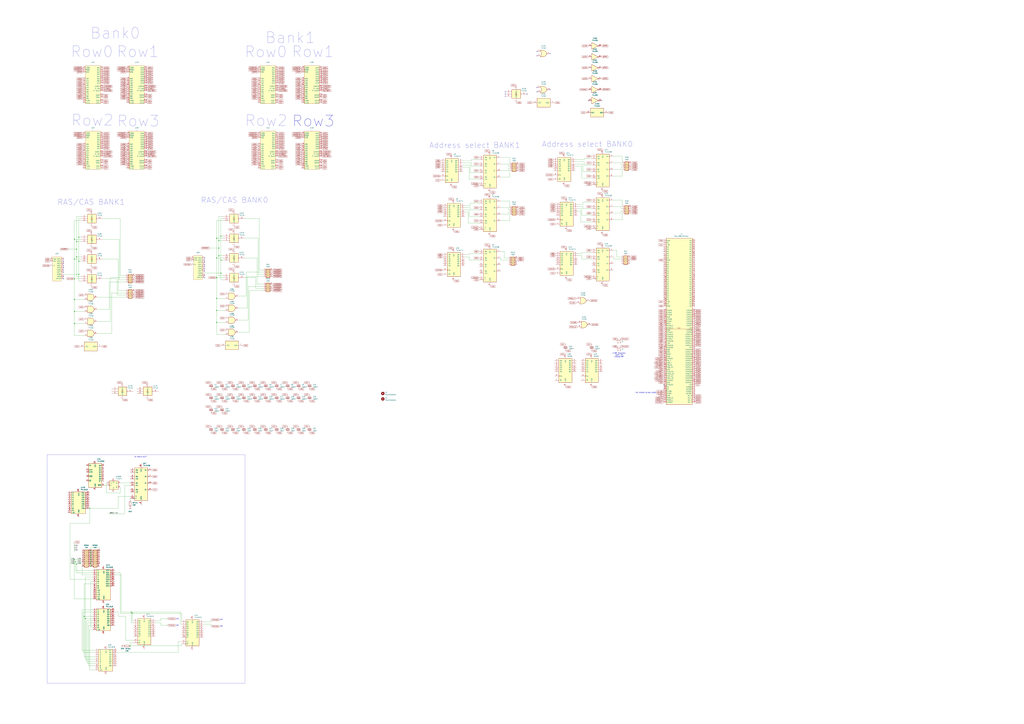
<source format=kicad_sch>
(kicad_sch (version 20250114) (generator "eeschema") (generator_version "9.0")
  (paper "A0")
  (rectangle (start 54.61 528.32) (end 284.48 793.75))
  (text "Row2" (at 309.118 140.208 0) (effects (font (size 12.7 12.7))))
  (text "Row3" (at 363.728 140.716 0) (effects (font (size 12.7 12.7))))
  (text "Address select BANK1" (at 551.18 168.91 0) (effects (font (size 6.35 6.35))))
  (text "J20" (at 256.794 727.71 0) (effects (font (size 1.27 1.27))))
  (text "Row0" (at 308.61 60.452 0) (effects (font (size 12.7 12.7))))
  (text "RAS/CAS BANK0" (at 272.288 232.664 0) (effects (font (size 6.35 6.35))))
  (text "Row1" (at 363.22 60.198 0) (effects (font (size 12.7 12.7))))
  (text "on board stuff" (at 163.068 530.86 0) (effects (font (size 1.27 1.27))))
  (text "Row1" (at 160.02 60.198 0) (effects (font (size 12.7 12.7))))
  (text "Row2" (at 107.188 139.954 0) (effects (font (size 12.7 12.7))))
  (text "Row0" (at 106.68 60.198 0) (effects (font (size 12.7 12.7))))
  (text "Address select BANK0" (at 681.99 167.64 0) (effects (font (size 6.35 6.35))))
  (text "Bank1" (at 337.058 43.942 0) (effects (font (size 12.7 12.7))))
  (text "Row3" (at 363.728 140.716 0) (effects (font (size 12.7 12.7))))
  (text "Row3" (at 160.528 140.716 0) (effects (font (size 12.7 12.7))))
  (text "not shared across slots!" (at 749.808 456.184 0) (effects (font (size 1.27 1.27))))
  (text "Bank0" (at 133.858 38.608 0) (effects (font (size 12.7 12.7))))
  (text "2/8M Selection\nopen: 2M\nclosed: 8M" (at 718.82 412.496 0) (effects (font (size 1.27 1.27))))
  (text "J19" (at 256.54 720.09 0) (effects (font (size 1.27 1.27))))
  (text "J20" (at 205.74 726.694 0) (effects (font (size 1.27 1.27))))
  (text "RAS/CAS BANK1" (at 105.918 234.95 0) (effects (font (size 6.35 6.35))))
  (text "J19" (at 205.486 719.074 0) (effects (font (size 1.27 1.27))))
  (junction (at 251.46 299.72))
  (junction (at 254 288.29))
  (junction (at 254 279.4))
  (junction (at 105.41 647.7))
  (junction (at 251.46 360.68))
  (junction (at 86.36 650.24))
  (junction (at 105.41 642.62))
  (junction (at 104.14 590.55))
  (junction (at 151.13 750.57))
  (junction (at 105.41 655.32))
  (junction (at 88.9 289.56))
  (junction (at 88.9 298.45))
  (junction (at 251.46 322.58))
  (junction (at 256.54 302.26))
  (junction (at 86.36 347.98))
  (junction (at 86.36 361.95))
  (junction (at 97.79 716.28))
  (junction (at 91.44 318.77))
  (junction (at 251.46 374.65))
  (junction (at 86.36 278.13))
  (junction (at 88.9 280.67))
  (junction (at 86.36 300.99))
  (junction (at 251.46 276.86))
  (junction (at 256.54 317.5))
  (junction (at 105.41 645.16))
  (junction (at 86.36 323.85))
  (junction (at 105.41 650.24))
  (junction (at 105.41 640.08))
  (junction (at 87.63 652.78))
  (junction (at 254 297.18))
  (junction (at 105.41 652.78))
  (junction (at 152.4 711.2))
  (junction (at 91.44 303.53))
  (junction (at 99.06 718.82))
  (junction (at 153.67 712.47))
  (junction (at 256.54 274.32))
  (junction (at 88.9 655.32))
  (junction (at 91.44 275.59))
  (junction (at 86.36 375.92))
  (junction (at 105.41 657.86))
  (junction (at 251.46 346.71))
  (no_connect (at 237.49 312.42))
  (no_connect (at 73.66 321.31))
  (no_connect (at 623.57 101.6))
  (no_connect (at 698.5 116.84))
  (no_connect (at 73.66 313.69))
  (no_connect (at 586.74 109.22))
  (no_connect (at 237.49 304.8))
  (no_connect (at 623.57 106.68))
  (no_connect (at 73.66 306.07))
  (no_connect (at 638.81 104.14))
  (no_connect (at 237.49 320.04))
  (no_connect (at 770.89 447.04))
  (no_connect (at 623.57 59.69))
  (no_connect (at 237.49 302.26))
  (no_connect (at 623.57 64.77))
  (no_connect (at 237.49 307.34))
  (no_connect (at 586.74 106.68))
  (no_connect (at 237.49 314.96))
  (no_connect (at 73.66 300.99))
  (no_connect (at 612.14 109.22))
  (no_connect (at 586.74 111.76))
  (no_connect (at 73.66 308.61))
  (no_connect (at 73.66 316.23))
  (no_connect (at 73.66 303.53))
  (no_connect (at 237.49 322.58))
  (no_connect (at 237.49 309.88))
  (no_connect (at 683.26 116.84))
  (no_connect (at 73.66 311.15))
  (no_connect (at 237.49 299.72))
  (no_connect (at 73.66 323.85))
  (no_connect (at 638.81 62.23))
  (wire (pts (xy 539.75 243.84) (xy 544.83 243.84)))
  (wire (pts (xy 585.47 292.1) (xy 585.47 299.72)))
  (wire (pts (xy 82.55 650.24) (xy 86.36 650.24)))
  (wire (pts (xy 543.56 246.38) (xy 543.56 259.08)))
  (wire (pts (xy 721.36 242.57) (xy 721.36 240.03)))
  (wire (pts (xy 259.08 302.26) (xy 256.54 302.26)))
  (wire (pts (xy 99.06 765.81) (xy 99.06 718.82)))
  (wire (pts (xy 298.45 299.72) (xy 298.45 330.2)))
  (wire (pts (xy 251.46 276.86) (xy 259.08 276.86)))
  (wire (pts (xy 676.91 234.95) (xy 687.07 234.95)))
  (wire (pts (xy 135.89 758.19) (xy 207.01 758.19)))
  (wire (pts (xy 556.26 302.26) (xy 544.83 302.26)))
  (wire (pts (xy 86.36 300.99) (xy 93.98 300.99)))
  (wire (pts (xy 590.55 190.5) (xy 590.55 193.04)))
  (wire (pts (xy 139.7 572.77) (xy 123.19 572.77)))
  (wire (pts (xy 133.35 711.2) (xy 137.16 711.2)))
  (wire (pts (xy 139.7 320.04) (xy 146.05 320.04)))
  (wire (pts (xy 95.25 755.65) (xy 110.49 755.65)))
  (wire (pts (xy 581.66 248.92) (xy 590.55 248.92)))
  (wire (pts (xy 152.4 711.2) (xy 152.4 723.9)))
  (wire (pts (xy 543.56 259.08) (xy 556.26 259.08)))
  (wire (pts (xy 591.82 233.68) (xy 591.82 241.3)))
  (wire (pts (xy 91.44 254) (xy 91.44 275.59)))
  (wire (pts (xy 91.44 275.59) (xy 93.98 275.59)))
  (wire (pts (xy 138.43 325.12) (xy 146.05 325.12)))
  (wire (pts (xy 254 288.29) (xy 254 297.18)))
  (wire (pts (xy 537.21 194.31) (xy 544.83 194.31)))
  (wire (pts (xy 139.7 665.48) (xy 139.7 712.47)))
  (wire (pts (xy 86.36 278.13) (xy 86.36 300.99)))
  (wire (pts (xy 676.91 190.5) (xy 676.91 199.39)))
  (wire (pts (xy 151.13 563.88) (xy 144.78 563.88)))
  (wire (pts (xy 721.36 191.77) (xy 722.63 191.77)))
  (wire (pts (xy 678.18 185.42) (xy 678.18 184.15)))
  (wire (pts (xy 91.44 303.53) (xy 93.98 303.53)))
  (wire (pts (xy 675.64 294.64) (xy 675.64 293.37)))
  (wire (pts (xy 675.64 193.04) (xy 675.64 207.01)))
  (wire (pts (xy 104.14 778.51) (xy 110.49 778.51)))
  (wire (pts (xy 86.36 323.85) (xy 86.36 347.98)))
  (wire (pts (xy 256.54 274.32) (xy 256.54 302.26)))
  (wire (pts (xy 107.95 731.52) (xy 104.14 731.52)))
  (wire (pts (xy 546.1 241.3) (xy 546.1 243.84)))
  (wire (pts (xy 254 251.46) (xy 254 279.4)))
  (wire (pts (xy 591.82 256.54) (xy 591.82 248.92)))
  (wire (pts (xy 668.02 185.42) (xy 678.18 185.42)))
  (wire (pts (xy 678.18 187.96) (xy 678.18 191.77)))
  (wire (pts (xy 712.47 232.41) (xy 722.63 232.41)))
  (wire (pts (xy 99.06 670.56) (xy 107.95 670.56)))
  (wire (pts (xy 722.63 204.47) (xy 722.63 196.85)))
  (wire (pts (xy 95.25 657.86) (xy 95.25 668.02)))
  (wire (pts (xy 127 327.66) (xy 127 359.41)))
  (wire (pts (xy 137.16 711.2) (xy 137.16 716.28)))
  (wire (pts (xy 590.55 241.3) (xy 581.66 241.3)))
  (wire (pts (xy 119.38 323.85) (xy 135.89 323.85)))
  (wire (pts (xy 590.55 248.92) (xy 590.55 246.38)))
  (wire (pts (xy 537.21 186.69) (xy 547.37 186.69)))
  (wire (pts (xy 243.84 288.29) (xy 254 288.29)))
  (wire (pts (xy 107.95 678.18) (xy 97.79 678.18)))
  (wire (pts (xy 289.56 337.82) (xy 289.56 386.08)))
  (wire (pts (xy 137.16 576.58) (xy 137.16 590.55)))
  (wire (pts (xy 544.83 251.46) (xy 556.26 251.46)))
  (wire (pts (xy 590.55 198.12) (xy 590.55 195.58)))
  (wire (pts (xy 254 297.18) (xy 259.08 297.18)))
  (wire (pts (xy 245.11 725.17) (xy 245.11 727.71)))
  (wire (pts (xy 276.86 386.08) (xy 289.56 386.08)))
  (wire (pts (xy 186.69 721.36) (xy 180.34 721.36)))
  (wire (pts (xy 81.28 608.33) (xy 104.14 608.33)))
  (wire (pts (xy 107.95 695.96) (xy 86.36 695.96)))
  (wire (pts (xy 88.9 298.45) (xy 88.9 321.31)))
  (wire (pts (xy 129.54 340.36) (xy 146.05 340.36)))
  (wire (pts (xy 256.54 274.32) (xy 259.08 274.32)))
  (wire (pts (xy 590.55 246.38) (xy 591.82 246.38)))
  (wire (pts (xy 88.9 280.67) (xy 93.98 280.67)))
  (wire (pts (xy 107.95 665.48) (xy 88.9 665.48)))
  (wire (pts (xy 722.63 232.41) (xy 722.63 240.03)))
  (wire (pts (xy 237.49 317.5) (xy 256.54 317.5)))
  (wire (pts (xy 102.87 726.44) (xy 107.95 726.44)))
  (wire (pts (xy 722.63 181.61) (xy 722.63 189.23)))
  (wire (pts (xy 97.79 763.27) (xy 97.79 716.28)))
  (wire (pts (xy 712.47 298.45) (xy 712.47 300.99)))
  (wire (pts (xy 105.41 652.78) (xy 105.41 655.32)))
  (wire (pts (xy 675.64 242.57) (xy 675.64 250.19)))
  (wire (pts (xy 138.43 278.13) (xy 119.38 278.13)))
  (wire (pts (xy 254 297.18) (xy 254 320.04)))
  (wire (pts (xy 668.02 187.96) (xy 678.18 187.96)))
  (wire (pts (xy 590.55 243.84) (xy 590.55 241.3)))
  (wire (pts (xy 120.65 563.88) (xy 124.46 563.88)))
  (wire (pts (xy 539.75 295.91) (xy 544.83 295.91)))
  (wire (pts (xy 105.41 636.27) (xy 105.41 640.08)))
  (wire (pts (xy 259.08 251.46) (xy 254 251.46)))
  (wire (pts (xy 712.47 290.83) (xy 716.28 290.83)))
  (wire (pts (xy 285.75 316.23) (xy 306.07 316.23)))
  (wire (pts (xy 721.36 245.11) (xy 722.63 245.11)))
  (wire (pts (xy 676.91 242.57) (xy 687.07 242.57)))
  (wire (pts (xy 209.55 711.2) (xy 152.4 711.2)))
  (wire (pts (xy 210.82 748.03) (xy 210.82 750.57)))
  (wire (pts (xy 581.66 182.88) (xy 591.82 182.88)))
  (wire (pts (xy 716.28 298.45) (xy 721.36 298.45)))
  (wire (pts (xy 722.63 255.27) (xy 722.63 247.65)))
  (wire (pts (xy 110.49 763.27) (xy 97.79 763.27)))
  (wire (pts (xy 299.72 276.86) (xy 299.72 318.77)))
  (wire (pts (xy 86.36 375.92) (xy 86.36 361.95)))
  (wire (pts (xy 107.95 711.2) (xy 96.52 711.2)))
  (wire (pts (xy 99.06 718.82) (xy 107.95 718.82)))
  (wire (pts (xy 119.38 300.99) (xy 137.16 300.99)))
  (wire (pts (xy 153.67 712.47) (xy 153.67 721.36)))
  (wire (pts (xy 675.64 207.01) (xy 687.07 207.01)))
  (wire (pts (xy 261.62 374.65) (xy 251.46 374.65)))
  (wire (pts (xy 110.49 765.81) (xy 99.06 765.81)))
  (wire (pts (xy 207.01 758.19) (xy 207.01 745.49)))
  (wire (pts (xy 251.46 299.72) (xy 251.46 322.58)))
  (wire (pts (xy 674.37 257.81) (xy 687.07 257.81)))
  (wire (pts (xy 115.57 640.08) (xy 115.57 636.27)))
  (wire (pts (xy 137.16 576.58) (xy 151.13 576.58)))
  (wire (pts (xy 288.29 332.74) (xy 288.29 372.11)))
  (wire (pts (xy 105.41 675.64) (xy 105.41 728.98)))
  (wire (pts (xy 670.56 237.49) (xy 676.91 237.49)))
  (wire (pts (xy 82.55 655.32) (xy 88.9 655.32)))
  (wire (pts (xy 93.98 251.46) (xy 88.9 251.46)))
  (wire (pts (xy 676.91 237.49) (xy 676.91 234.95)))
  (wire (pts (xy 289.56 337.82) (xy 306.07 337.82)))
  (wire (pts (xy 674.37 245.11) (xy 674.37 257.81)))
  (wire (pts (xy 129.54 387.35) (xy 113.03 387.35)))
  (wire (pts (xy 88.9 289.56) (xy 88.9 298.45)))
  (wire (pts (xy 590.55 193.04) (xy 591.82 193.04)))
  (wire (pts (xy 133.35 665.48) (xy 139.7 665.48)))
  (wire (pts (xy 581.66 292.1) (xy 585.47 292.1)))
  (wire (pts (xy 285.75 316.23) (xy 285.75 344.17)))
  (wire (pts (xy 544.83 208.28) (xy 556.26 208.28)))
  (wire (pts (xy 86.36 278.13) (xy 93.98 278.13)))
  (wire (pts (xy 97.79 389.89) (xy 86.36 389.89)))
  (wire (pts (xy 676.91 199.39) (xy 687.07 199.39)))
  (wire (pts (xy 104.14 590.55) (xy 137.16 590.55)))
  (wire (pts (xy 721.36 242.57) (xy 722.63 242.57)))
  (wire (pts (xy 146.05 744.22) (xy 154.94 744.22)))
  (wire (pts (xy 300.99 313.69) (xy 306.07 313.69)))
  (wire (pts (xy 546.1 200.66) (xy 556.26 200.66)))
  (wire (pts (xy 547.37 193.04) (xy 556.26 193.04)))
  (wire (pts (xy 546.1 238.76) (xy 546.1 236.22)))
  (wire (pts (xy 259.08 325.12) (xy 256.54 325.12)))
  (wire (pts (xy 128.27 373.38) (xy 113.03 373.38)))
  (wire (pts (xy 133.35 668.02) (xy 140.97 668.02)))
  (wire (pts (xy 210.82 712.47) (xy 153.67 712.47)))
  (wire (pts (xy 288.29 372.11) (xy 276.86 372.11)))
  (wire (pts (xy 721.36 240.03) (xy 712.47 240.03)))
  (wire (pts (xy 105.41 728.98) (xy 107.95 728.98)))
  (wire (pts (xy 670.56 240.03) (xy 676.91 240.03)))
  (wire (pts (xy 716.28 290.83) (xy 716.28 298.45)))
  (wire (pts (xy 678.18 184.15) (xy 687.07 184.15)))
  (wire (pts (xy 712.47 181.61) (xy 722.63 181.61)))
  (wire (pts (xy 675.64 293.37) (xy 687.07 293.37)))
  (wire (pts (xy 110.49 768.35) (xy 100.33 768.35)))
  (wire (pts (xy 254 279.4) (xy 254 288.29)))
  (wire (pts (xy 97.79 716.28) (xy 107.95 716.28)))
  (wire (pts (xy 137.16 337.82) (xy 146.05 337.82)))
  (wire (pts (xy 107.95 723.9) (xy 101.6 723.9)))
  (wire (pts (xy 287.02 321.31) (xy 287.02 358.14)))
  (wire (pts (xy 91.44 326.39) (xy 93.98 326.39)))
  (wire (pts (xy 139.7 712.47) (xy 153.67 712.47)))
  (wire (pts (xy 87.63 662.94) (xy 87.63 652.78)))
  (wire (pts (xy 251.46 360.68) (xy 251.46 374.65)))
  (wire (pts (xy 261.62 360.68) (xy 251.46 360.68)))
  (wire (pts (xy 254 320.04) (xy 259.08 320.04)))
  (wire (pts (xy 80.01 289.56) (xy 88.9 289.56)))
  (wire (pts (xy 721.36 189.23) (xy 721.36 191.77)))
  (wire (pts (xy 299.72 276.86) (xy 284.48 276.86)))
  (wire (pts (xy 251.46 276.86) (xy 251.46 299.72)))
  (wire (pts (xy 288.29 332.74) (xy 306.07 332.74)))
  (wire (pts (xy 99.06 718.82) (xy 99.06 670.56)))
  (wire (pts (xy 721.36 247.65) (xy 721.36 245.11)))
  (wire (pts (xy 591.82 205.74) (xy 591.82 198.12)))
  (wire (pts (xy 581.66 233.68) (xy 591.82 233.68)))
  (wire (pts (xy 86.36 256.54) (xy 86.36 278.13)))
  (wire (pts (xy 110.49 773.43) (xy 102.87 773.43)))
  (wire (pts (xy 712.47 300.99) (xy 721.36 300.99)))
  (wire (pts (xy 140.97 711.2) (xy 152.4 711.2)))
  (wire (pts (xy 590.55 195.58) (xy 591.82 195.58)))
  (wire (pts (xy 591.82 182.88) (xy 591.82 190.5)))
  (wire (pts (xy 96.52 711.2) (xy 96.52 758.19)))
  (wire (pts (xy 146.05 716.28) (xy 146.05 744.22)))
  (wire (pts (xy 100.33 768.35) (xy 100.33 721.36)))
  (wire (pts (xy 675.64 297.18) (xy 670.56 297.18)))
  (wire (pts (xy 88.9 321.31) (xy 93.98 321.31)))
  (wire (pts (xy 712.47 196.85) (xy 721.36 196.85)))
  (wire (pts (xy 670.56 294.64) (xy 675.64 294.64)))
  (wire (pts (xy 539.75 241.3) (xy 546.1 241.3)))
  (wire (pts (xy 687.07 300.99) (xy 675.64 300.99)))
  (wire (pts (xy 539.75 246.38) (xy 543.56 246.38)))
  (wire (pts (xy 186.69 718.82) (xy 186.69 721.36)))
  (wire (pts (xy 676.91 240.03) (xy 676.91 242.57)))
  (wire (pts (xy 297.18 335.28) (xy 297.18 322.58)))
  (wire (pts (xy 544.83 295.91) (xy 544.83 294.64)))
  (wire (pts (xy 139.7 566.42) (xy 139.7 572.77)))
  (wire (pts (xy 102.87 773.43) (xy 102.87 726.44)))
  (wire (pts (xy 298.45 330.2) (xy 306.07 330.2)))
  (wire (pts (xy 107.95 708.66) (xy 95.25 708.66)))
  (wire (pts (xy 678.18 191.77) (xy 687.07 191.77)))
  (wire (pts (xy 139.7 561.34) (xy 151.13 561.34)))
  (wire (pts (xy 251.46 299.72) (xy 259.08 299.72)))
  (wire (pts (xy 105.41 645.16) (xy 105.41 647.7)))
  (wire (pts (xy 581.66 198.12) (xy 590.55 198.12)))
  (wire (pts (xy 135.89 342.9) (xy 146.05 342.9)))
  (wire (pts (xy 251.46 322.58) (xy 251.46 346.71)))
  (wire (pts (xy 254 279.4) (xy 259.08 279.4)))
  (wire (pts (xy 284.48 299.72) (xy 298.45 299.72)))
  (wire (pts (xy 101.6 723.9) (xy 101.6 770.89)))
  (wire (pts (xy 86.36 629.92) (xy 86.36 641.35)))
  (wire (pts (xy 82.55 652.78) (xy 87.63 652.78)))
  (wire (pts (xy 119.38 254) (xy 139.7 254)))
  (wire (pts (xy 210.82 722.63) (xy 210.82 712.47)))
  (wire (pts (xy 712.47 189.23) (xy 721.36 189.23)))
  (wire (pts (xy 137.16 300.99) (xy 137.16 337.82)))
  (wire (pts (xy 86.36 323.85) (xy 93.98 323.85)))
  (wire (pts (xy 547.37 186.69) (xy 547.37 185.42)))
  (wire (pts (xy 581.66 256.54) (xy 591.82 256.54)))
  (wire (pts (xy 209.55 725.17) (xy 209.55 711.2)))
  (wire (pts (xy 104.14 608.33) (xy 104.14 590.55)))
  (wire (pts (xy 256.54 254) (xy 256.54 274.32)))
  (wire (pts (xy 91.44 318.77) (xy 91.44 326.39)))
  (wire (pts (xy 113.03 345.44) (xy 146.05 345.44)))
  (wire (pts (xy 91.44 303.53) (xy 91.44 318.77)))
  (wire (pts (xy 284.48 322.58) (xy 297.18 322.58)))
  (wire (pts (xy 585.47 299.72) (xy 590.55 299.72)))
  (wire (pts (xy 153.67 721.36) (xy 154.94 721.36)))
  (wire (pts (xy 207.01 745.49) (xy 210.82 745.49)))
  (wire (pts (xy 581.66 302.26) (xy 590.55 302.26)))
  (wire (pts (xy 721.36 194.31) (xy 722.63 194.31)))
  (wire (pts (xy 287.02 358.14) (xy 276.86 358.14)))
  (wire (pts (xy 670.56 242.57) (xy 675.64 242.57)))
  (wire (pts (xy 73.66 318.77) (xy 91.44 318.77)))
  (wire (pts (xy 95.25 668.02) (xy 107.95 668.02)))
  (wire (pts (xy 86.36 300.99) (xy 86.36 323.85)))
  (wire (pts (xy 256.54 325.12) (xy 256.54 317.5)))
  (wire (pts (xy 139.7 254) (xy 139.7 320.04)))
  (wire (pts (xy 547.37 189.23) (xy 547.37 193.04)))
  (wire (pts (xy 259.08 254) (xy 256.54 254)))
  (wire (pts (xy 86.36 347.98) (xy 97.79 347.98)))
  (wire (pts (xy 127 359.41) (xy 113.03 359.41)))
  (wire (pts (xy 544.83 243.84) (xy 544.83 251.46)))
  (wire (pts (xy 251.46 256.54) (xy 251.46 276.86)))
  (wire (pts (xy 107.95 675.64) (xy 105.41 675.64)))
  (wire (pts (xy 299.72 318.77) (xy 306.07 318.77)))
  (wire (pts (xy 125.73 596.9) (xy 144.78 596.9)))
  (wire (pts (xy 91.44 275.59) (xy 91.44 303.53)))
  (wire (pts (xy 86.36 361.95) (xy 97.79 361.95)))
  (wire (pts (xy 712.47 247.65) (xy 721.36 247.65)))
  (wire (pts (xy 210.82 750.57) (xy 151.13 750.57)))
  (wire (pts (xy 123.19 561.34) (xy 124.46 561.34)))
  (wire (pts (xy 546.1 243.84) (xy 556.26 243.84)))
  (wire (pts (xy 668.02 193.04) (xy 675.64 193.04)))
  (wire (pts (xy 140.97 668.02) (xy 140.97 711.2)))
  (wire (pts (xy 97.79 678.18) (xy 97.79 716.28)))
  (wire (pts (xy 287.02 321.31) (xy 306.07 321.31)))
  (wire (pts (xy 107.95 662.94) (xy 87.63 662.94)))
  (wire (pts (xy 107.95 673.1) (xy 81.28 673.1)))
  (wire (pts (xy 129.54 340.36) (xy 129.54 387.35)))
  (wire (pts (xy 105.41 655.32) (xy 105.41 657.86)))
  (wire (pts (xy 88.9 655.32) (xy 95.25 655.32)))
  (wire (pts (xy 544.83 194.31) (xy 544.83 208.28)))
  (wire (pts (xy 537.21 189.23) (xy 547.37 189.23)))
  (wire (pts (xy 104.14 731.52) (xy 104.14 778.51)))
  (wire (pts (xy 245.11 720.09) (xy 245.11 722.63)))
  (wire (pts (xy 544.83 294.64) (xy 556.26 294.64)))
  (wire (pts (xy 712.47 255.27) (xy 722.63 255.27)))
  (wire (pts (xy 210.82 725.17) (xy 209.55 725.17)))
  (wire (pts (xy 88.9 251.46) (xy 88.9 280.67)))
  (wire (pts (xy 546.1 191.77) (xy 546.1 200.66)))
  (wire (pts (xy 261.62 346.71) (xy 251.46 346.71)))
  (wire (pts (xy 245.11 722.63) (xy 236.22 722.63)))
  (wire (pts (xy 151.13 746.76) (xy 154.94 746.76)))
  (wire (pts (xy 95.25 708.66) (xy 95.25 755.65)))
  (wire (pts (xy 87.63 652.78) (xy 95.25 652.78)))
  (wire (pts (xy 194.31 718.82) (xy 186.69 718.82)))
  (wire (pts (xy 96.52 758.19) (xy 110.49 758.19)))
  (wire (pts (xy 251.46 346.71) (xy 251.46 360.68)))
  (wire (pts (xy 546.1 236.22) (xy 556.26 236.22)))
  (wire (pts (xy 86.36 389.89) (xy 86.36 375.92)))
  (wire (pts (xy 539.75 238.76) (xy 546.1 238.76)))
  (wire (pts (xy 81.28 673.1) (xy 81.28 608.33)))
  (wire (pts (xy 105.41 642.62) (xy 105.41 645.16)))
  (wire (pts (xy 180.34 723.9) (xy 186.69 723.9)))
  (wire (pts (xy 88.9 665.48) (xy 88.9 655.32)))
  (wire (pts (xy 91.44 254) (xy 93.98 254)))
  (wire (pts (xy 86.36 695.96) (xy 86.36 650.24)))
  (wire (pts (xy 88.9 280.67) (xy 88.9 289.56)))
  (wire (pts (xy 285.75 344.17) (xy 276.86 344.17)))
  (wire (pts (xy 115.57 636.27) (xy 105.41 636.27)))
  (wire (pts (xy 88.9 298.45) (xy 93.98 298.45)))
  (wire (pts (xy 100.33 721.36) (xy 107.95 721.36)))
  (wire (pts (xy 712.47 204.47) (xy 722.63 204.47)))
  (wire (pts (xy 127 327.66) (xy 146.05 327.66)))
  (wire (pts (xy 581.66 299.72) (xy 581.66 302.26)))
  (wire (pts (xy 581.66 190.5) (xy 590.55 190.5)))
  (wire (pts (xy 101.6 770.89) (xy 110.49 770.89)))
  (wire (pts (xy 675.64 250.19) (xy 687.07 250.19)))
  (wire (pts (xy 251.46 374.65) (xy 251.46 388.62)))
  (wire (pts (xy 146.05 322.58) (xy 128.27 322.58)))
  (wire (pts (xy 105.41 650.24) (xy 105.41 652.78)))
  (wire (pts (xy 123.19 572.77) (xy 123.19 561.34)))
  (wire (pts (xy 547.37 185.42) (xy 556.26 185.42)))
  (wire (pts (xy 105.41 640.08) (xy 105.41 642.62)))
  (wire (pts (xy 86.36 375.92) (xy 97.79 375.92)))
  (wire (pts (xy 151.13 746.76) (xy 151.13 750.57)))
  (wire (pts (xy 138.43 278.13) (xy 138.43 325.12)))
  (wire (pts (xy 544.83 298.45) (xy 539.75 298.45)))
  (wire (pts (xy 261.62 388.62) (xy 251.46 388.62)))
  (wire (pts (xy 721.36 196.85) (xy 721.36 194.31)))
  (wire (pts (xy 151.13 581.66) (xy 151.13 579.12)))
  (wire (pts (xy 259.08 256.54) (xy 251.46 256.54)))
  (wire (pts (xy 152.4 723.9) (xy 154.94 723.9)))
  (wire (pts (xy 128.27 322.58) (xy 128.27 373.38)))
  (wire (pts (xy 86.36 347.98) (xy 86.36 361.95)))
  (wire (pts (xy 251.46 322.58) (xy 259.08 322.58)))
  (wire (pts (xy 300.99 254) (xy 284.48 254)))
  (wire (pts (xy 186.69 723.9) (xy 186.69 726.44)))
  (wire (pts (xy 590.55 243.84) (xy 591.82 243.84)))
  (wire (pts (xy 256.54 302.26) (xy 256.54 317.5)))
  (wire (pts (xy 670.56 245.11) (xy 674.37 245.11)))
  (wire (pts (xy 105.41 647.7) (xy 105.41 650.24)))
  (wire (pts (xy 544.83 302.26) (xy 544.83 298.45)))
  (wire (pts (xy 300.99 313.69) (xy 300.99 254)))
  (wire (pts (xy 186.69 726.44) (xy 194.31 726.44)))
  (wire (pts (xy 86.36 256.54) (xy 93.98 256.54)))
  (wire (pts (xy 306.07 335.28) (xy 297.18 335.28)))
  (wire (pts (xy 675.64 300.99) (xy 675.64 297.18)))
  (wire (pts (xy 86.36 650.24) (xy 95.25 650.24)))
  (wire (pts (xy 236.22 725.17) (xy 245.11 725.17)))
  (wire (pts (xy 135.89 323.85) (xy 135.89 342.9)))
  (wire (pts (xy 668.02 190.5) (xy 676.91 190.5)))
  (wire (pts (xy 581.66 205.74) (xy 591.82 205.74)))
  (wire (pts (xy 137.16 716.28) (xy 146.05 716.28)))
  (wire (pts (xy 537.21 191.77) (xy 546.1 191.77)))
  (wire (pts (xy 144.78 563.88) (xy 144.78 596.9)))
  (label "E36" (at 90.17 655.32 0))
  (label "E35" (at 82.55 655.32 0))
  (label "E29" (at 86.36 635 0))
  (label "386dx A11" (at 127 596.9 0))
  (label "E33" (at 86.36 640.08 0))
  (label "E31" (at 86.36 637.54 0))
  (label "E28" (at 82.55 650.24 0))
  (label "E30" (at 90.17 650.24 0))
  (label "E32" (at 82.55 652.78 0))
  (label "E34" (at 90.17 652.78 0))
  (global_label "VCC" (shape input) (at 170.18 116.84 0) (property "Intersheetrefs" "${INTERSHEET_REFS}" (effects (hide yes))))
  (global_label "VSS" (shape input) (at 657.86 267.97 0) (property "Intersheetrefs" "${INTERSHEET_REFS}" (effects (hide yes))))
  (global_label "D2R2" (shape input) (at 119.38 160.02 0) (property "Intersheetrefs" "${INTERSHEET_REFS}" (effects (hide yes))))
  (global_label "DOUT8R2" (shape input) (at 119.38 181.61 0) (property "Intersheetrefs" "${INTERSHEET_REFS}" (effects (hide yes))))
  (global_label "A1B1" (shape input) (at 350.52 93.98 180) (property "Intersheetrefs" "${INTERSHEET_REFS}" (effects (hide yes))))
  (global_label "D4R0" (shape input) (at 806.45 436.88 0) (property "Intersheetrefs" "${INTERSHEET_REFS}" (effects (hide yes))))
  (global_label "VCC" (shape input) (at 699.77 173.99 180) (property "Intersheetrefs" "${INTERSHEET_REFS}" (effects (hide yes))))
  (global_label "A7B" (shape input) (at 770.89 401.32 180) (property "Intersheetrefs" "${INTERSHEET_REFS}" (effects (hide yes))))
  (global_label "VCC" (shape input) (at 119.38 116.84 0) (property "Intersheetrefs" "${INTERSHEET_REFS}" (effects (hide yes))))
  (global_label "~{WER2}" (shape input) (at 698.5 78.74 0) (property "Intersheetrefs" "${INTERSHEET_REFS}" (effects (hide yes))))
  (global_label "A8B1" (shape input) (at 350.52 111.76 180) (property "Intersheetrefs" "${INTERSHEET_REFS}" (effects (hide yes))))
  (global_label "VCC" (shape input) (at 346.71 458.47 180) (property "Intersheetrefs" "${INTERSHEET_REFS}" (effects (hide yes))))
  (global_label "D3R1" (shape input) (at 806.45 414.02 0) (property "Intersheetrefs" "${INTERSHEET_REFS}" (effects (hide yes))))
  (global_label "A6B1" (shape input) (at 601.98 246.38 0) (property "Intersheetrefs" "${INTERSHEET_REFS}" (effects (hide yes))))
  (global_label "A2B" (shape input) (at 642.62 190.5 180) (property "Intersheetrefs" "${INTERSHEET_REFS}" (effects (hide yes))))
  (global_label "VCC" (shape input) (at 770.89 398.78 180) (property "Intersheetrefs" "${INTERSHEET_REFS}" (effects (hide yes))))
  (global_label "VSS" (shape input) (at 295.91 452.12 0) (property "Intersheetrefs" "${INTERSHEET_REFS}" (effects (hide yes))))
  (global_label "~{CASB0R2}" (shape input) (at 96.52 154.94 180) (property "Intersheetrefs" "${INTERSHEET_REFS}" (effects (hide yes))))
  (global_label "D2R1" (shape input) (at 806.45 411.48 0) (property "Intersheetrefs" "${INTERSHEET_REFS}" (effects (hide yes))))
  (global_label "VSS" (shape input) (at 568.96 332.74 0) (property "Intersheetrefs" "${INTERSHEET_REFS}" (effects (hide yes))))
  (global_label "VCC" (shape input) (at 657.86 229.87 180) (property "Intersheetrefs" "${INTERSHEET_REFS}" (effects (hide yes))))
  (global_label "A7B0" (shape input) (at 147.32 109.22 180) (property "Intersheetrefs" "${INTERSHEET_REFS}" (effects (hide yes))))
  (global_label "VCC" (shape input) (at 171.45 444.5 180) (property "Intersheetrefs" "${INTERSHEET_REFS}" (effects (hide yes))))
  (global_label "D7R1" (shape input) (at 373.38 96.52 0) (property "Intersheetrefs" "${INTERSHEET_REFS}" (effects (hide yes))))
  (global_label "~{RASB1R3}" (shape input) (at 156.21 327.66 0) (property "Intersheetrefs" "${INTERSHEET_REFS}" (effects (hide yes))))
  (global_label "A0A" (shape input) (at 556.26 182.88 180) (property "Intersheetrefs" "${INTERSHEET_REFS}" (effects (hide yes))))
  (global_label "~{WER1}" (shape input) (at 350.52 83.82 180) (property "Intersheetrefs" "${INTERSHEET_REFS}" (effects (hide yes))))
  (global_label "VSS" (shape input) (at 334.01 452.12 0) (property "Intersheetrefs" "${INTERSHEET_REFS}" (effects (hide yes))))
  (global_label "A2A" (shape input) (at 687.07 196.85 180) (property "Intersheetrefs" "${INTERSHEET_REFS}" (effects (hide yes))))
  (global_label "DOUT8R1" (shape input) (at 770.89 434.34 180) (property "Intersheetrefs" "${INTERSHEET_REFS}" (effects (hide yes))))
  (global_label "VSS" (shape input) (at 245.11 502.92 0) (property "Intersheetrefs" "${INTERSHEET_REFS}" (effects (hide yes))))
  (global_label "A5B1" (shape input) (at 299.72 104.14 180) (property "Intersheetrefs" "${INTERSHEET_REFS}" (effects (hide yes))))
  (global_label "A6A" (shape input) (at 176.53 553.72 0) (property "Intersheetrefs" "${INTERSHEET_REFS}" (effects (hide yes))))
  (global_label "VSS" (shape input) (at 568.96 223.52 0) (property "Intersheetrefs" "${INTERSHEET_REFS}" (effects (hide yes))))
  (global_label "VCC" (shape input) (at 271.78 312.42 180) (property "Intersheetrefs" "${INTERSHEET_REFS}" (effects (hide yes))))
  (global_label "A9B0" (shape input) (at 731.52 300.99 0) (property "Intersheetrefs" "${INTERSHEET_REFS}" (effects (hide yes))))
  (global_label "CPUA22" (shape input) (at 770.89 441.96 180) (property "Intersheetrefs" "${INTERSHEET_REFS}" (effects (hide yes))))
  (global_label "D3R0" (shape input) (at 119.38 86.36 0) (property "Intersheetrefs" "${INTERSHEET_REFS}" (effects (hide yes))))
  (global_label "A3B1" (shape input) (at 350.52 99.06 180) (property "Intersheetrefs" "${INTERSHEET_REFS}" (effects (hide yes))))
  (global_label "A1B" (shape input) (at 511.81 189.23 180) (property "Intersheetrefs" "${INTERSHEET_REFS}" (effects (hide yes))))
  (global_label "A1B1" (shape input) (at 601.98 193.04 0) (property "Intersheetrefs" "${INTERSHEET_REFS}" (effects (hide yes))))
  (global_label "VCC" (shape input) (at 524.51 179.07 180) (property "Intersheetrefs" "${INTERSHEET_REFS}" (effects (hide yes))))
  (global_label "~{WER3}" (shape input) (at 147.32 160.02 180) (property "Intersheetrefs" "${INTERSHEET_REFS}" (effects (hide yes))))
  (global_label "~{CASB1R3}" (shape input) (at 350.52 154.94 180) (property "Intersheetrefs" "${INTERSHEET_REFS}" (effects (hide yes))))
  (global_label "D4R2" (shape input) (at 119.38 165.1 0) (property "Intersheetrefs" "${INTERSHEET_REFS}" (effects (hide yes))))
  (global_label "D1R1" (shape input) (at 373.38 81.28 0) (property "Intersheetrefs" "${INTERSHEET_REFS}" (effects (hide yes))))
  (global_label "VSS" (shape input) (at 699.77 273.05 0) (property "Intersheetrefs" "${INTERSHEET_REFS}" (effects (hide yes))))
  (global_label "D7R1" (shape input) (at 806.45 424.18 0) (property "Intersheetrefs" "${INTERSHEET_REFS}" (effects (hide yes))))
  (global_label "CPUA21" (shape input) (at 720.09 393.7 0) (property "Intersheetrefs" "${INTERSHEET_REFS}" (effects (hide yes))))
  (global_label "A7A" (shape input) (at 556.26 256.54 180) (property "Intersheetrefs" "${INTERSHEET_REFS}" (effects (hide yes))))
  (global_label "VSS" (shape input) (at 556.26 325.12 180) (property "Intersheetrefs" "${INTERSHEET_REFS}" (effects (hide yes))))
  (global_label "A2B0" (shape input) (at 147.32 96.52 180) (property "Intersheetrefs" "${INTERSHEET_REFS}" (effects (hide yes))))
  (global_label "VSS" (shape input) (at 770.89 444.5 180) (property "Intersheetrefs" "${INTERSHEET_REFS}" (effects (hide yes))))
  (global_label "VCC" (shape input) (at 322.58 195.58 0) (property "Intersheetrefs" "${INTERSHEET_REFS}" (effects (hide yes))))
  (global_label "D7R1" (shape input) (at 170.18 96.52 0) (property "Intersheetrefs" "${INTERSHEET_REFS}" (effects (hide yes))))
  (global_label "A1B0" (shape input) (at 96.52 93.98 180) (property "Intersheetrefs" "${INTERSHEET_REFS}" (effects (hide yes))))
  (global_label "MEMREF" (shape input) (at 683.26 104.14 180) (property "Intersheetrefs" "${INTERSHEET_REFS}" (effects (hide yes))))
  (global_label "D5R0" (shape input) (at 119.38 91.44 0) (property "Intersheetrefs" "${INTERSHEET_REFS}" (effects (hide yes))))
  (global_label "A4A" (shape input) (at 687.07 232.41 180) (property "Intersheetrefs" "${INTERSHEET_REFS}" (effects (hide yes))))
  (global_label "A6A" (shape input) (at 770.89 408.94 180) (property "Intersheetrefs" "${INTERSHEET_REFS}" (effects (hide yes))))
  (global_label "~{CASB0R2}" (shape input) (at 119.38 176.53 0) (property "Intersheetrefs" "${INTERSHEET_REFS}" (effects (hide yes))))
  (global_label "VCC" (shape input) (at 295.91 444.5 180) (property "Intersheetrefs" "${INTERSHEET_REFS}" (effects (hide yes))))
  (global_label "A4B" (shape input) (at 770.89 391.16 180) (property "Intersheetrefs" "${INTERSHEET_REFS}" (effects (hide yes))))
  (global_label "A9B" (shape input) (at 717.55 402.59 180) (property "Intersheetrefs" "${INTERSHEET_REFS}" (effects (hide yes))))
  (global_label "~{CASB0R1}" (shape input) (at 147.32 78.74 180) (property "Intersheetrefs" "${INTERSHEET_REFS}" (effects (hide yes))))
  (global_label "A2B1" (shape input) (at 350.52 172.72 180) (property "Intersheetrefs" "${INTERSHEET_REFS}" (effects (hide yes))))
  (global_label "VCC" (shape input) (at 308.61 458.47 180) (property "Intersheetrefs" "${INTERSHEET_REFS}" (effects (hide yes))))
  (global_label "D5R1" (shape input) (at 170.18 91.44 0) (property "Intersheetrefs" "${INTERSHEET_REFS}" (effects (hide yes))))
  (global_label "A3B" (shape input) (at 770.89 388.62 180) (property "Intersheetrefs" "${INTERSHEET_REFS}" (effects (hide yes))))
  (global_label "D5R3" (shape input) (at 170.18 167.64 0) (property "Intersheetrefs" "${INTERSHEET_REFS}" (effects (hide yes))))
  (global_label "UNKN5" (shape input) (at 687.07 321.31 180) (property "Intersheetrefs" "${INTERSHEET_REFS}" (effects (hide yes))))
  (global_label "VSS" (shape input) (at 119.38 186.69 0) (property "Intersheetrefs" "${INTERSHEET_REFS}" (effects (hide yes))))
  (global_label "A3B" (shape input) (at 642.62 193.04 180) (property "Intersheetrefs" "${INTERSHEET_REFS}" (effects (hide yes))))
  (global_label "~{CASB1R1}" (shape input) (at 156.21 342.9 0) (property "Intersheetrefs" "${INTERSHEET_REFS}" (effects (hide yes))))
  (global_label "~{CASB0R1}" (shape input) (at 170.18 100.33 0) (property "Intersheetrefs" "${INTERSHEET_REFS}" (effects (hide yes))))
  (global_label "A8B1" (shape input) (at 600.71 299.72 0) (property "Intersheetrefs" "${INTERSHEET_REFS}" (effects (hide yes))))
  (global_label "A5B1" (shape input) (at 299.72 180.34 180) (property "Intersheetrefs" "${INTERSHEET_REFS}" (effects (hide yes))))
  (global_label "D0R0" (shape input) (at 322.58 78.74 0) (property "Intersheetrefs" "${INTERSHEET_REFS}" (effects (hide yes))))
  (global_label "A3B1" (shape input) (at 299.72 99.06 180) (property "Intersheetrefs" "${INTERSHEET_REFS}" (effects (hide yes))))
  (global_label "A3A" (shape input) (at 770.89 370.84 180) (property "Intersheetrefs" "${INTERSHEET_REFS}" (effects (hide yes))))
  (global_label "A4B1" (shape input) (at 350.52 177.8 180) (property "Intersheetrefs" "${INTERSHEET_REFS}" (effects (hide yes))))
  (global_label "D5R0" (shape input) (at 806.45 439.42 0) (property "Intersheetrefs" "${INTERSHEET_REFS}" (effects (hide yes))))
  (global_label "VSS" (shape input) (at 373.38 189.23 0) (property "Intersheetrefs" "${INTERSHEET_REFS}" (effects (hide yes))))
  (global_label "VSS" (shape input) (at 245.11 452.12 0) (property "Intersheetrefs" "${INTERSHEET_REFS}" (effects (hide yes))))
  (global_label "VSS" (shape input) (at 656.59 449.58 0) (property "Intersheetrefs" "${INTERSHEET_REFS}" (effects (hide yes))))
  (global_label "A1A" (shape input) (at 556.26 190.5 180) (property "Intersheetrefs" "${INTERSHEET_REFS}" (effects (hide yes))))
  (global_label "~{CASB0R0}" (shape input) (at 316.23 330.2 0) (property "Intersheetrefs" "${INTERSHEET_REFS}" (effects (hide yes))))
  (global_label "VSS" (shape input) (at 657.86 325.12 0) (property "Intersheetrefs" "${INTERSHEET_REFS}" (effects (hide yes))))
  (global_label "SLEB0" (shape input) (at 670.56 374.65 180) (property "Intersheetrefs" "${INTERSHEET_REFS}" (effects (hide yes))))
  (global_label "VSS" (shape input) (at 346.71 502.92 0) (property "Intersheetrefs" "${INTERSHEET_REFS}" (effects (hide yes))))
  (global_label "VCC" (shape input) (at 283.21 495.3 180) (property "Intersheetrefs" "${INTERSHEET_REFS}" (effects (hide yes))))
  (global_label "UNKN5" (shape input) (at 684.53 349.25 0) (property "Intersheetrefs" "${INTERSHEET_REFS}" (effects (hide yes))))
  (global_label "D6R2" (shape input) (at 119.38 170.18 0) (property "Intersheetrefs" "${INTERSHEET_REFS}" (effects (hide yes))))
  (global_label "A4B" (shape input) (at 514.35 238.76 180) (property "Intersheetrefs" "${INTERSHEET_REFS}" (effects (hide yes))))
  (global_label "D7R2" (shape input) (at 806.45 401.32 0) (property "Intersheetrefs" "${INTERSHEET_REFS}" (effects (hide yes))))
  (global_label "A2A" (shape input) (at 556.26 198.12 180) (property "Intersheetrefs" "${INTERSHEET_REFS}" (effects (hide yes))))
  (global_label "VSS" (shape input) (at 770.89 383.54 180) (property "Intersheetrefs" "${INTERSHEET_REFS}" (effects (hide yes))))
  (global_label "VSS" (shape input) (at 359.41 452.12 0) (property "Intersheetrefs" "${INTERSHEET_REFS}" (effects (hide yes))))
  (global_label "A8B0" (shape input) (at 96.52 111.76 180) (property "Intersheetrefs" "${INTERSHEET_REFS}" (effects (hide yes))))
  (global_label "WER0" (shape input) (at 683.26 53.34 180) (property "Intersheetrefs" "${INTERSHEET_REFS}" (effects (hide yes))))
  (global_label "A0A" (shape input) (at 687.07 181.61 180) (property "Intersheetrefs" "${INTERSHEET_REFS}" (effects (hide yes))))
  (global_label "~{MEMREF}" (shape input) (at 243.84 288.29 180) (property "Intersheetrefs" "${INTERSHEET_REFS}" (effects (hide yes))))
  (global_label "VCC" (shape input) (at 656.59 400.05 180) (property "Intersheetrefs" "${INTERSHEET_REFS}" (effects (hide yes))))
  (global_label "VCC" (shape input) (at 514.35 261.62 180) (property "Intersheetrefs" "${INTERSHEET_REFS}" (effects (hide yes))))
  (global_label "A0B0" (shape input) (at 96.52 91.44 180) (property "Intersheetrefs" "${INTERSHEET_REFS}" (effects (hide yes))))
  (global_label "VCC" (shape input) (at 359.41 458.47 180) (property "Intersheetrefs" "${INTERSHEET_REFS}" (effects (hide yes))))
  (global_label "~{WER0}" (shape input) (at 698.5 53.34 0) (property "Intersheetrefs" "${INTERSHEET_REFS}" (effects (hide yes))))
  (global_label "D3R3" (shape input) (at 170.18 162.56 0) (property "Intersheetrefs" "${INTERSHEET_REFS}" (effects (hide yes))))
  (global_label "A5A" (shape input) (at 556.26 241.3 180) (property "Intersheetrefs" "${INTERSHEET_REFS}" (effects (hide yes))))
  (global_label "VSS" (shape input) (at 171.45 464.82 0) (property "Intersheetrefs" "${INTERSHEET_REFS}" (effects (hide yes))))
  (global_label "A1B1" (shape input) (at 350.52 170.18 180) (property "Intersheetrefs" "${INTERSHEET_REFS}" (effects (hide yes))))
  (global_label "A0B0" (shape input) (at 96.52 167.64 180) (property "Intersheetrefs" "${INTERSHEET_REFS}" (effects (hide yes))))
  (global_label "A7B" (shape input) (at 514.35 246.38 180) (property "Intersheetrefs" "${INTERSHEET_REFS}" (effects (hide yes))))
  (global_label "A8B1" (shape input) (at 299.72 111.76 180) (property "Intersheetrefs" "${INTERSHEET_REFS}" (effects (hide yes))))
  (global_label "VSS" (shape input) (at 257.81 480.06 0) (property "Intersheetrefs" "${INTERSHEET_REFS}" (effects (hide yes))))
  (global_label "A7B0" (shape input) (at 96.52 109.22 180) (property "Intersheetrefs" "${INTERSHEET_REFS}" (effects (hide yes))))
  (global_label "A9A" (shape input) (at 556.26 299.72 180) (property "Intersheetrefs" "${INTERSHEET_REFS}" (effects (hide yes))))
  (global_label "A7A" (shape input) (at 176.53 568.96 0) (property "Intersheetrefs" "${INTERSHEET_REFS}" (effects (hide yes))))
  (global_label "VSS" (shape input) (at 257.81 502.92 0) (property "Intersheetrefs" "${INTERSHEET_REFS}" (effects (hide yes))))
  (global_label "VSS" (shape input) (at 334.01 466.09 0) (property "Intersheetrefs" "${INTERSHEET_REFS}" (effects (hide yes))))
  (global_label "D6R2" (shape input) (at 322.58 170.18 0) (property "Intersheetrefs" "${INTERSHEET_REFS}" (effects (hide yes))))
  (global_label "VSS" (shape input) (at 655.32 215.9 0) (property "Intersheetrefs" "${INTERSHEET_REFS}" (effects (hide yes))))
  (global_label "A8A" (shape input) (at 556.26 292.1 180) (property "Intersheetrefs" "${INTERSHEET_REFS}" (effects (hide yes))))
  (global_label "VCC" (shape input) (at 256.54 401.32 180) (property "Intersheetrefs" "${INTERSHEET_REFS}" (effects (hide yes))))
  (global_label "RMSEL0" (shape input) (at 670.56 379.73 180) (property "Intersheetrefs" "${INTERSHEET_REFS}" (effects (hide yes))))
  (global_label "A1B1" (shape input) (at 299.72 93.98 180) (property "Intersheetrefs" "${INTERSHEET_REFS}" (effects (hide yes))))
  (global_label "A3A" (shape input) (at 556.26 205.74 180) (property "Intersheetrefs" "${INTERSHEET_REFS}" (effects (hide yes))))
  (global_label "DOUT8R2" (shape input) (at 322.58 181.61 0) (property "Intersheetrefs" "${INTERSHEET_REFS}" (effects (hide yes))))
  (global_label "D1R2" (shape input) (at 806.45 386.08 0) (property "Intersheetrefs" "${INTERSHEET_REFS}" (effects (hide yes))))
  (global_label "D5R2" (shape input) (at 119.38 167.64 0) (property "Intersheetrefs" "${INTERSHEET_REFS}" (effects (hide yes))))
  (global_label "VCC" (shape input) (at 322.58 119.38 0) (property "Intersheetrefs" "${INTERSHEET_REFS}" (effects (hide yes))))
  (global_label "VCC" (shape input) (at 308.61 495.3 180) (property "Intersheetrefs" "${INTERSHEET_REFS}" (effects (hide yes))))
  (global_label "DOUT8R3" (shape input) (at 770.89 421.64 180) (property "Intersheetrefs" "${INTERSHEET_REFS}" (effects (hide yes))))
  (global_label "A6B" (shape input) (at 645.16 242.57 180) (property "Intersheetrefs" "${INTERSHEET_REFS}" (effects (hide yes))))
  (global_label "D1R2" (shape input) (at 119.38 157.48 0) (property "Intersheetrefs" "${INTERSHEET_REFS}" (effects (hide yes))))
  (global_label "D4R3" (shape input) (at 170.18 165.1 0) (property "Intersheetrefs" "${INTERSHEET_REFS}" (effects (hide yes))))
  (global_label "VSS" (shape input) (at 295.91 502.92 0) (property "Intersheetrefs" "${INTERSHEET_REFS}" (effects (hide yes))))
  (global_label "VSS" (shape input) (at 322.58 110.49 0) (property "Intersheetrefs" "${INTERSHEET_REFS}" (effects (hide yes))))
  (global_label "D5R2" (shape input) (at 806.45 396.24 0) (property "Intersheetrefs" "${INTERSHEET_REFS}" (effects (hide yes))))
  (global_label "DIN8R1" (shape input) (at 770.89 431.8 180) (property "Intersheetrefs" "${INTERSHEET_REFS}" (effects (hide yes))))
  (global_label "PIN100" (shape input) (at 245.11 727.71 0) (property "Intersheetrefs" "${INTERSHEET_REFS}" (effects (hide yes))))
  (global_label "D7R2" (shape input) (at 119.38 172.72 0) (property "Intersheetrefs" "${INTERSHEET_REFS}" (effects (hide yes))))
  (global_label "A4B0" (shape input) (at 96.52 101.6 180) (property "Intersheetrefs" "${INTERSHEET_REFS}" (effects (hide yes))))
  (global_label "VSS" (shape input) (at 270.51 502.92 0) (property "Intersheetrefs" "${INTERSHEET_REFS}" (effects (hide yes))))
  (global_label "~{WER0}" (shape input) (at 96.52 83.82 180) (property "Intersheetrefs" "${INTERSHEET_REFS}" (effects (hide yes))))
  (global_label "UNKN6" (shape input) (at 556.26 264.16 180) (property "Intersheetrefs" "${INTERSHEET_REFS}" (effects (hide yes))))
  (global_label "A2B1" (shape input) (at 299.72 96.52 180) (property "Intersheetrefs" "${INTERSHEET_REFS}" (effects (hide yes))))
  (global_label "UNKN6" (shape input) (at 514.35 256.54 180) (property "Intersheetrefs" "${INTERSHEET_REFS}" (effects (hide yes))))
  (global_label "VCC" (shape input) (at 346.71 495.3 180) (property "Intersheetrefs" "${INTERSHEET_REFS}" (effects (hide yes))))
  (global_label "~{CASB1R0}" (shape input) (at 299.72 78.74 180) (property "Intersheetrefs" "${INTERSHEET_REFS}" (effects (hide yes))))
  (global_label "VCC" (shape input) (at 618.49 119.38 180) (property "Intersheetrefs" "${INTERSHEET_REFS}" (effects (hide yes))))
  (global_label "A8B0" (shape input) (at 147.32 187.96 180) (property "Intersheetrefs" "${INTERSHEET_REFS}" (effects (hide yes))))
  (global_label "DOUT8R1" (shape input) (at 170.18 105.41 0) (property "Intersheetrefs" "${INTERSHEET_REFS}" (effects (hide yes))))
  (global_label "A2B" (shape input) (at 770.89 386.08 180) (property "Intersheetrefs" "${INTERSHEET_REFS}" (effects (hide yes))))
  (global_label "~{WER0}" (shape input) (at 299.72 83.82 180) (property "Intersheetrefs" "${INTERSHEET_REFS}" (effects (hide yes))))
  (global_label "WER2" (shape input) (at 683.26 78.74 180) (property "Intersheetrefs" "${INTERSHEET_REFS}" (effects (hide yes))))
  (global_label "VSS" (shape input) (at 119.38 189.23 0) (property "Intersheetrefs" "${INTERSHEET_REFS}" (effects (hide yes))))
  (global_label "VSS" (shape input) (at 270.51 452.12 0) (property "Intersheetrefs" "${INTERSHEET_REFS}" (effects (hide yes))))
  (global_label "~{CASB1R0}" (shape input) (at 156.21 337.82 0) (property "Intersheetrefs" "${INTERSHEET_REFS}" (effects (hide yes))))
  (global_label "D5R3" (shape input) (at 373.38 167.64 0) (property "Intersheetrefs" "${INTERSHEET_REFS}" (effects (hide yes))))
  (global_label "A8B0" (shape input) (at 147.32 111.76 180) (property "Intersheetrefs" "${INTERSHEET_REFS}" (effects (hide yes))))
  (global_label "VSS" (shape input) (at 770.89 368.3 180) (property "Intersheetrefs" "${INTERSHEET_REFS}" (effects (hide yes))))
  (global_label "A2B1" (shape input) (at 299.72 172.72 180) (property "Intersheetrefs" "${INTERSHEET_REFS}" (effects (hide yes))))
  (global_label "~{RASB1R0}" (shape input) (at 156.21 340.36 0) (property "Intersheetrefs" "${INTERSHEET_REFS}" (effects (hide yes))))
  (global_label "A3B0" (shape input) (at 96.52 175.26 180) (property "Intersheetrefs" "${INTERSHEET_REFS}" (effects (hide yes))))
  (global_label "VCC" (shape input) (at 514.35 318.77 180) (property "Intersheetrefs" "${INTERSHEET_REFS}" (effects (hide yes))))
  (global_label "VCC" (shape input) (at 334.01 458.47 180) (property "Intersheetrefs" "${INTERSHEET_REFS}" (effects (hide yes))))
  (global_label "A7B1" (shape input) (at 601.98 248.92 0) (property "Intersheetrefs" "${INTERSHEET_REFS}" (effects (hide yes))))
  (global_label "A1B0" (shape input) (at 96.52 170.18 180) (property "Intersheetrefs" "${INTERSHEET_REFS}" (effects (hide yes))))
  (global_label "VSS" (shape input) (at 699.77 331.47 0) (property "Intersheetrefs" "${INTERSHEET_REFS}" (effects (hide yes))))
  (global_label "VSS" (shape input) (at 106.68 334.01 0) (property "Intersheetrefs" "${INTERSHEET_REFS}" (effects (hide yes))))
  (global_label "VCC" (shape input) (at 568.96 226.06 180) (property "Intersheetrefs" "${INTERSHEET_REFS}" (effects (hide yes))))
  (global_label "A6B1" (shape input) (at 299.72 106.68 180) (property "Intersheetrefs" "${INTERSHEET_REFS}" (effects (hide yes))))
  (global_label "VCC" (shape input) (at 680.72 130.81 180) (property "Intersheetrefs" "${INTERSHEET_REFS}" (effects (hide yes))))
  (global_label "VSS" (shape input) (at 106.68 288.29 0) (property "Intersheetrefs" "${INTERSHEET_REFS}" (effects (hide yes))))
  (global_label "VCC" (shape input) (at 271.78 243.84 180) (property "Intersheetrefs" "${INTERSHEET_REFS}" (effects (hide yes))))
  (global_label "VCC" (shape input) (at 245.11 472.44 180) (property "Intersheetrefs" "${INTERSHEET_REFS}" (effects (hide yes))))
  (global_label "VCC" (shape input) (at 373.38 116.84 0) (property "Intersheetrefs" "${INTERSHEET_REFS}" (effects (hide yes))))
  (global_label "~{RASB1R1}" (shape input) (at 156.21 345.44 0) (property "Intersheetrefs" "${INTERSHEET_REFS}" (effects (hide yes))))
  (global_label "VCC" (shape input) (at 321.31 495.3 180) (property "Intersheetrefs" "${INTERSHEET_REFS}" (effects (hide yes))))
  (global_label "D4R3" (shape input) (at 373.38 165.1 0) (property "Intersheetrefs" "${INTERSHEET_REFS}" (effects (hide yes))))
  (global_label "PIN101" (shape input) (at 194.31 726.44 0) (property "Intersheetrefs" "${INTERSHEET_REFS}" (effects (hide yes))))
  (global_label "VSS" (shape input) (at 170.18 186.69 0) (property "Intersheetrefs" "${INTERSHEET_REFS}" (effects (hide yes))))
  (global_label "VCC" (shape input) (at 170.18 193.04 0) (property "Intersheetrefs" "${INTERSHEET_REFS}" (effects (hide yes))))
  (global_label "A2B" (shape input) (at 511.81 191.77 180) (property "Intersheetrefs" "${INTERSHEET_REFS}" (effects (hide yes))))
  (global_label "UNKN5" (shape input) (at 687.07 262.89 180) (property "Intersheetrefs" "${INTERSHEET_REFS}" (effects (hide yes))))
  (global_label "~{RASB0R2}" (shape input) (at 96.52 157.48 180) (property "Intersheetrefs" "${INTERSHEET_REFS}" (effects (hide yes))))
  (global_label "VSS" (shape input) (at 308.61 466.09 0) (property "Intersheetrefs" "${INTERSHEET_REFS}" (effects (hide yes))))
  (global_label "VCC" (shape input) (at 699.77 224.79 180) (property "Intersheetrefs" "${INTERSHEET_REFS}" (effects (hide yes))))
  (global_label "A7B1" (shape input) (at 299.72 185.42 180) (property "Intersheetrefs" "${INTERSHEET_REFS}" (effects (hide yes))))
  (global_label "A8B1" (shape input) (at 350.52 187.96 180) (property "Intersheetrefs" "${INTERSHEET_REFS}" (effects (hide yes))))
  (global_label "VCC" (shape input) (at 657.86 287.02 180) (property "Intersheetrefs" "${INTERSHEET_REFS}" (effects (hide yes))))
  (global_label "A1B0" (shape input) (at 147.32 170.18 180) (property "Intersheetrefs" "${INTERSHEET_REFS}" (effects (hide yes))))
  (global_label "A1B" (shape input) (at 770.89 381 180) (property "Intersheetrefs" "${INTERSHEET_REFS}" (effects (hide yes))))
  (global_label "DIN8R3" (shape input) (at 373.38 179.07 0) (property "Intersheetrefs" "${INTERSHEET_REFS}" (effects (hide yes))))
  (global_label "D6R2" (shape input) (at 806.45 398.78 0) (property "Intersheetrefs" "${INTERSHEET_REFS}" (effects (hide yes))))
  (global_label "D1R2" (shape input) (at 322.58 157.48 0) (property "Intersheetrefs" "${INTERSHEET_REFS}" (effects (hide yes))))
  (global_label "D1R3" (shape input) (at 170.18 157.48 0) (property "Intersheetrefs" "${INTERSHEET_REFS}" (effects (hide yes))))
  (global_label "VCC" (shape input) (at 270.51 495.3 180) (property "Intersheetrefs" "${INTERSHEET_REFS}" (effects (hide yes))))
  (global_label "VSS" (shape input) (at 257.81 452.12 0) (property "Intersheetrefs" "${INTERSHEET_REFS}" (effects (hide yes))))
  (global_label "A6B0" (shape input) (at 147.32 106.68 180) (property "Intersheetrefs" "${INTERSHEET_REFS}" (effects (hide yes))))
  (global_label "D6R3" (shape input) (at 373.38 170.18 0) (property "Intersheetrefs" "${INTERSHEET_REFS}" (effects (hide yes))))
  (global_label "VSS" (shape input) (at 321.31 466.09 0) (property "Intersheetrefs" "${INTERSHEET_REFS}" (effects (hide yes))))
  (global_label "A4B1" (shape input) (at 601.98 241.3 0) (property "Intersheetrefs" "${INTERSHEET_REFS}" (effects (hide yes))))
  (global_label "A0B" (shape input) (at 770.89 378.46 180) (property "Intersheetrefs" "${INTERSHEET_REFS}" (effects (hide yes))))
  (global_label "A4B" (shape input) (at 645.16 237.49 180) (property "Intersheetrefs" "${INTERSHEET_REFS}" (effects (hide yes))))
  (global_label "VCC" (shape input) (at 142.24 444.5 180) (property "Intersheetrefs" "${INTERSHEET_REFS}" (effects (hide yes))))
  (global_label "UNKN6" (shape input) (at 86.36 323.85 180) (property "Intersheetrefs" "${INTERSHEET_REFS}" (effects (hide yes))))
  (global_label "VSS" (shape input) (at 271.78 332.74 0) (property "Intersheetrefs" "${INTERSHEET_REFS}" (effects (hide yes))))
  (global_label "A6B" (shape input) (at 770.89 396.24 180) (property "Intersheetrefs" "${INTERSHEET_REFS}" (effects (hide yes))))
  (global_label "~{WER1}" (shape input) (at 147.32 83.82 180) (property "Intersheetrefs" "${INTERSHEET_REFS}" (effects (hide yes))))
  (global_label "WER3" (shape input) (at 806.45 459.74 0) (property "Intersheetrefs" "${INTERSHEET_REFS}" (effects (hide yes))))
  (global_label "A1B0" (shape input) (at 732.79 191.77 0) (property "Intersheetrefs" "${INTERSHEET_REFS}" (effects (hide yes))))
  (global_label "VSS" (shape input) (at 359.41 502.92 0) (property "Intersheetrefs" "${INTERSHEET_REFS}" (effects (hide yes))))
  (global_label "A4B1" (shape input) (at 350.52 101.6 180) (property "Intersheetrefs" "${INTERSHEET_REFS}" (effects (hide yes))))
  (global_label "D4R1" (shape input) (at 373.38 88.9 0) (property "Intersheetrefs" "${INTERSHEET_REFS}" (effects (hide yes))))
  (global_label "~{RASB1R1}" (shape input) (at 350.52 81.28 180) (property "Intersheetrefs" "${INTERSHEET_REFS}" (effects (hide yes))))
  (global_label "D6R0" (shape input) (at 119.38 93.98 0) (property "Intersheetrefs" "${INTERSHEET_REFS}" (effects (hide yes))))
  (global_label "A4B0" (shape input) (at 96.52 177.8 180) (property "Intersheetrefs" "${INTERSHEET_REFS}" (effects (hide yes))))
  (global_label "A7B1" (shape input) (at 350.52 185.42 180) (property "Intersheetrefs" "${INTERSHEET_REFS}" (effects (hide yes))))
  (global_label "WER1" (shape input) (at 683.26 66.04 180) (property "Intersheetrefs" "${INTERSHEET_REFS}" (effects (hide yes))))
  (global_label "A3B0" (shape input) (at 732.79 196.85 0) (property "Intersheetrefs" "${INTERSHEET_REFS}" (effects (hide yes))))
  (global_label "VCC" (shape input) (at 806.45 447.04 0) (property "Intersheetrefs" "${INTERSHEET_REFS}" (effects (hide yes))))
  (global_label "~{RASB0R1}" (shape input) (at 316.23 337.82 0) (property "Intersheetrefs" "${INTERSHEET_REFS}" (effects (hide yes))))
  (global_label "A0B1" (shape input) (at 350.52 167.64 180) (property "Intersheetrefs" "${INTERSHEET_REFS}" (effects (hide yes))))
  (global_label "D4R0" (shape input) (at 119.38 88.9 0) (property "Intersheetrefs" "${INTERSHEET_REFS}" (effects (hide yes))))
  (global_label "~{RASB0R1}" (shape input) (at 147.32 81.28 180) (property "Intersheetrefs" "${INTERSHEET_REFS}" (effects (hide yes))))
  (global_label "D0R1" (shape input) (at 170.18 78.74 0) (property "Intersheetrefs" "${INTERSHEET_REFS}" (effects (hide yes))))
  (global_label "WER0" (shape input) (at 806.45 467.36 0) (property "Intersheetrefs" "${INTERSHEET_REFS}" (effects (hide yes))))
  (global_label "D6R0" (shape input) (at 322.58 93.98 0) (property "Intersheetrefs" "${INTERSHEET_REFS}" (effects (hide yes))))
  (global_label "A9A" (shape input) (at 717.55 393.7 180) (property "Intersheetrefs" "${INTERSHEET_REFS}" (effects (hide yes))))
  (global_label "VCC" (shape input) (at 687.07 400.05 180) (property "Intersheetrefs" "${INTERSHEET_REFS}" (effects (hide yes))))
  (global_label "A4B0" (shape input) (at 147.32 177.8 180) (property "Intersheetrefs" "${INTERSHEET_REFS}" (effects (hide yes))))
  (global_label "UNKN6" (shape input) (at 556.26 322.58 180) (property "Intersheetrefs" "${INTERSHEET_REFS}" (effects (hide yes))))
  (global_label "A2B1" (shape input) (at 601.98 195.58 0) (property "Intersheetrefs" "${INTERSHEET_REFS}" (effects (hide yes))))
  (global_label "DOUT8R3" (shape input) (at 373.38 181.61 0) (property "Intersheetrefs" "${INTERSHEET_REFS}" (effects (hide yes))))
  (global_label "A8A" (shape input) (at 687.07 290.83 180) (property "Intersheetrefs" "${INTERSHEET_REFS}" (effects (hide yes))))
  (global_label "VSS" (shape input) (at 373.38 186.69 0) (property "Intersheetrefs" "${INTERSHEET_REFS}" (effects (hide yes))))
  (global_label "A1B0" (shape input) (at 147.32 93.98 180) (property "Intersheetrefs" "${INTERSHEET_REFS}" (effects (hide yes))))
  (global_label "A6B0" (shape input) (at 147.32 182.88 180) (property "Intersheetrefs" "${INTERSHEET_REFS}" (effects (hide yes))))
  (global_label "A4A" (shape input) (at 556.26 233.68 180) (property "Intersheetrefs" "${INTERSHEET_REFS}" (effects (hide yes))))
  (global_label "A9B1" (shape input) (at 299.72 190.5 180) (property "Intersheetrefs" "${INTERSHEET_REFS}" (effects (hide yes))))
  (global_label "A7B1" (shape input) (at 299.72 109.22 180) (property "Intersheetrefs" "${INTERSHEET_REFS}" (effects (hide yes))))
  (global_label "DOUT8R0" (shape input) (at 119.38 105.41 0) (property "Intersheetrefs" "${INTERSHEET_REFS}" (effects (hide yes))))
  (global_label "VSS" (shape input) (at 643.89 119.38 0) (property "Intersheetrefs" "${INTERSHEET_REFS}" (effects (hide yes))))
  (global_label "UNKN6" (shape input) (at 685.8 377.19 0) (property "Intersheetrefs" "${INTERSHEET_REFS}" (effects (hide yes))))
  (global_label "VCC" (shape input) (at 271.78 266.7 180) (property "Intersheetrefs" "${INTERSHEET_REFS}" (effects (hide yes))))
  (global_label "VCC" (shape input) (at 257.81 472.44 180) (property "Intersheetrefs" "${INTERSHEET_REFS}" (effects (hide yes))))
  (global_label "D3R3" (shape input) (at 806.45 368.3 0) (property "Intersheetrefs" "${INTERSHEET_REFS}" (effects (hide yes))))
  (global_label "VSS" (shape input) (at 283.21 452.12 0) (property "Intersheetrefs" "${INTERSHEET_REFS}" (effects (hide yes))))
  (global_label "VCC" (shape input) (at 373.38 119.38 0) (property "Intersheetrefs" "${INTERSHEET_REFS}" (effects (hide yes))))
  (global_label "A9B" (shape input) (at 514.35 298.45 180) (property "Intersheetrefs" "${INTERSHEET_REFS}" (effects (hide yes))))
  (global_label "VCC" (shape input) (at 655.32 177.8 180) (property "Intersheetrefs" "${INTERSHEET_REFS}" (effects (hide yes))))
  (global_label "VCC" (shape input) (at 346.71 444.5 180) (property "Intersheetrefs" "${INTERSHEET_REFS}" (effects (hide yes))))
  (global_label "A0B" (shape input) (at 642.62 185.42 180) (property "Intersheetrefs" "${INTERSHEET_REFS}" (effects (hide yes))))
  (global_label "A8A" (shape input) (at 176.53 561.34 0) (property "Intersheetrefs" "${INTERSHEET_REFS}" (effects (hide yes))))
  (global_label "A5B" (shape input) (at 645.16 240.03 180) (property "Intersheetrefs" "${INTERSHEET_REFS}" (effects (hide yes))))
  (global_label "D2R2" (shape input) (at 322.58 160.02 0) (property "Intersheetrefs" "${INTERSHEET_REFS}" (effects (hide yes))))
  (global_label "D2R1" (shape input) (at 170.18 83.82 0) (property "Intersheetrefs" "${INTERSHEET_REFS}" (effects (hide yes))))
  (global_label "VSS" (shape input) (at 599.44 119.38 0) (property "Intersheetrefs" "${INTERSHEET_REFS}" (effects (hide yes))))
  (global_label "VCC" (shape input) (at 245.11 444.5 180) (property "Intersheetrefs" "${INTERSHEET_REFS}" (effects (hide yes))))
  (global_label "A2B0" (shape input) (at 732.79 194.31 0) (property "Intersheetrefs" "${INTERSHEET_REFS}" (effects (hide yes))))
  (global_label "A9B0" (shape input) (at 96.52 190.5 180) (property "Intersheetrefs" "${INTERSHEET_REFS}" (effects (hide yes))))
  (global_label "VSS" (shape input) (at 106.68 264.16 0) (property "Intersheetrefs" "${INTERSHEET_REFS}" (effects (hide yes))))
  (global_label "VCC" (shape input) (at 645.16 317.5 180) (property "Intersheetrefs" "${INTERSHEET_REFS}" (effects (hide yes))))
  (global_label "CPUA21" (shape input) (at 770.89 416.56 180) (property "Intersheetrefs" "${INTERSHEET_REFS}" (effects (hide yes))))
  (global_label "VSS" (shape input) (at 334.01 502.92 0) (property "Intersheetrefs" "${INTERSHEET_REFS}" (effects (hide yes))))
  (global_label "~{RASB0R0}" (shape input) (at 96.52 81.28 180) (property "Intersheetrefs" "${INTERSHEET_REFS}" (effects (hide yes))))
  (global_label "VCC" (shape input) (at 261.62 355.6 180) (property "Intersheetrefs" "${INTERSHEET_REFS}" (effects (hide yes))))
  (global_label "D3R1" (shape input) (at 170.18 86.36 0) (property "Intersheetrefs" "${INTERSHEET_REFS}" (effects (hide yes))))
  (global_label "UNKN5" (shape input) (at 645.16 312.42 180) (property "Intersheetrefs" "${INTERSHEET_REFS}" (effects (hide yes))))
  (global_label "VCC" (shape input) (at 699.77 283.21 180) (property "Intersheetrefs" "${INTERSHEET_REFS}" (effects (hide yes))))
  (global_label "VSS" (shape input) (at 656.59 407.67 0) (property "Intersheetrefs" "${INTERSHEET_REFS}" (effects (hide yes))))
  (global_label "A9B1" (shape input) (at 350.52 114.3 180) (property "Intersheetrefs" "${INTERSHEET_REFS}" (effects (hide yes))))
  (global_label "D1R3" (shape input) (at 373.38 157.48 0) (property "Intersheetrefs" "${INTERSHEET_REFS}" (effects (hide yes))))
  (global_label "DOUT8R2" (shape input) (at 770.89 426.72 180) (property "Intersheetrefs" "${INTERSHEET_REFS}" (effects (hide yes))))
  (global_label "VSS" (shape input) (at 770.89 429.26 180) (property "Intersheetrefs" "${INTERSHEET_REFS}" (effects (hide yes))))
  (global_label "UNKN6" (shape input) (at 514.35 313.69 180) (property "Intersheetrefs" "${INTERSHEET_REFS}" (effects (hide yes))))
  (global_label "VCC" (shape input) (at 568.96 284.48 180) (property "Intersheetrefs" "${INTERSHEET_REFS}" (effects (hide yes))))
  (global_label "D0R2" (shape input) (at 806.45 383.54 0) (property "Intersheetrefs" "${INTERSHEET_REFS}" (effects (hide yes))))
  (global_label "UNKN6" (shape input) (at 556.26 213.36 180) (property "Intersheetrefs" "${INTERSHEET_REFS}" (effects (hide yes))))
  (global_label "A7A" (shape input) (at 770.89 411.48 180) (property "Intersheetrefs" "${INTERSHEET_REFS}" (effects (hide yes))))
  (global_label "A5B" (shape input) (at 514.35 241.3 180) (property "Intersheetrefs" "${INTERSHEET_REFS}" (effects (hide yes))))
  (global_label "UNKN5" (shape input) (at 251.46 322.58 180) (property "Intersheetrefs" "${INTERSHEET_REFS}" (effects (hide yes))))
  (global_label "VSS" (shape input) (at 271.78 287.02 0) (property "Intersheetrefs" "${INTERSHEET_REFS}" (effects (hide yes))))
  (global_label "~{CASB1R3}" (shape input) (at 373.38 176.53 0) (property "Intersheetrefs" "${INTERSHEET_REFS}" (effects (hide yes))))
  (global_label "VCC" (shape input) (at 97.79 342.9 180) (property "Intersheetrefs" "${INTERSHEET_REFS}" (effects (hide yes))))
  (global_label "VCC" (shape input) (at 271.78 289.56 180) (property "Intersheetrefs" "${INTERSHEET_REFS}" (effects (hide yes))))
  (global_label "D3R2" (shape input) (at 119.38 162.56 0) (property "Intersheetrefs" "${INTERSHEET_REFS}" (effects (hide yes))))
  (global_label "VCC" (shape input) (at 58.42 303.53 180) (property "Intersheetrefs" "${INTERSHEET_REFS}" (effects (hide yes))))
  (global_label "PIN101" (shape input) (at 194.31 718.82 0) (property "Intersheetrefs" "${INTERSHEET_REFS}" (effects (hide yes))))
  (global_label "D3R3" (shape input) (at 373.38 162.56 0) (property "Intersheetrefs" "${INTERSHEET_REFS}" (effects (hide yes))))
  (global_label "~{CASB1R2}" (shape input) (at 156.21 320.04 0) (property "Intersheetrefs" "${INTERSHEET_REFS}" (effects (hide yes))))
  (global_label "WER3" (shape input) (at 683.26 91.44 180) (property "Intersheetrefs" "${INTERSHEET_REFS}" (effects (hide yes))))
  (global_label "A3A" (shape input) (at 687.07 204.47 180) (property "Intersheetrefs" "${INTERSHEET_REFS}" (effects (hide yes))))
  (global_label "VSS" (shape input) (at 770.89 355.6 180) (property "Intersheetrefs" "${INTERSHEET_REFS}" (effects (hide yes))))
  (global_label "VSS" (shape input) (at 245.11 466.09 0) (property "Intersheetrefs" "${INTERSHEET_REFS}" (effects (hide yes))))
  (global_label "A5A" (shape input) (at 176.53 546.1 0) (property "Intersheetrefs" "${INTERSHEET_REFS}" (effects (hide yes))))
  (global_label "DOUT8R0" (shape input) (at 770.89 439.42 180) (property "Intersheetrefs" "${INTERSHEET_REFS}" (effects (hide yes))))
  (global_label "VCC" (shape input) (at 170.18 195.58 0) (property "Intersheetrefs" "${INTERSHEET_REFS}" (effects (hide yes))))
  (global_label "VCC" (shape input) (at 119.38 119.38 0) (property "Intersheetrefs" "${INTERSHEET_REFS}" (effects (hide yes))))
  (global_label "~{MEMREF}" (shape input) (at 698.5 104.14 0) (property "Intersheetrefs" "${INTERSHEET_REFS}" (effects (hide yes))))
  (global_label "VSS" (shape input) (at 106.68 311.15 0) (property "Intersheetrefs" "${INTERSHEET_REFS}" (effects (hide yes))))
  (global_label "DIN8R1" (shape input) (at 373.38 102.87 0) (property "Intersheetrefs" "${INTERSHEET_REFS}" (effects (hide yes))))
  (global_label "D3R1" (shape input) (at 373.38 86.36 0) (property "Intersheetrefs" "${INTERSHEET_REFS}" (effects (hide yes))))
  (global_label "~{CASB0R3}" (shape input) (at 147.32 154.94 180) (property "Intersheetrefs" "${INTERSHEET_REFS}" (effects (hide yes))))
  (global_label "A0B0" (shape input) (at 147.32 91.44 180) (property "Intersheetrefs" "${INTERSHEET_REFS}" (effects (hide yes))))
  (global_label "~{CASB1R3}" (shape input) (at 156.21 325.12 0) (property "Intersheetrefs" "${INTERSHEET_REFS}" (effects (hide yes))))
  (global_label "VCC" (shape input) (at 261.62 383.54 180) (property "Intersheetrefs" "${INTERSHEET_REFS}" (effects (hide yes))))
  (global_label "A1B" (shape input) (at 642.62 187.96 180) (property "Intersheetrefs" "${INTERSHEET_REFS}" (effects (hide yes))))
  (global_label "A6A" (shape input) (at 556.26 248.92 180) (property "Intersheetrefs" "${INTERSHEET_REFS}" (effects (hide yes))))
  (global_label "~{CASB1R2}" (shape input) (at 299.72 154.94 180) (property "Intersheetrefs" "${INTERSHEET_REFS}" (effects (hide yes))))
  (global_label "VSS" (shape input) (at 568.96 274.32 0) (property "Intersheetrefs" "${INTERSHEET_REFS}" (effects (hide yes))))
  (global_label "VCC" (shape input) (at 334.01 495.3 180) (property "Intersheetrefs" "${INTERSHEET_REFS}" (effects (hide yes))))
  (global_label "UNKN5" (shape input) (at 687.07 212.09 180) (property "Intersheetrefs" "${INTERSHEET_REFS}" (effects (hide yes))))
  (global_label "VSS" (shape input) (at 699.77 222.25 0) (property "Intersheetrefs" "${INTERSHEET_REFS}" (effects (hide yes))))
  (global_label "A5B1" (shape input) (at 350.52 180.34 180) (property "Intersheetrefs" "${INTERSHEET_REFS}" (effects (hide yes))))
  (global_label "A8B" (shape input) (at 645.16 294.64 180) (property "Intersheetrefs" "${INTERSHEET_REFS}" (effects (hide yes))))
  (global_label "VSS" (shape input) (at 687.07 265.43 180) (property "Intersheetrefs" "${INTERSHEET_REFS}" (effects (hide yes))))
  (global_label "A5B0" (shape input) (at 732.79 242.57 0) (property "Intersheetrefs" "${INTERSHEET_REFS}" (effects (hide yes))))
  (global_label "VCC" (shape input) (at 568.96 175.26 180) (property "Intersheetrefs" "${INTERSHEET_REFS}" (effects (hide yes))))
  (global_label "VSS" (shape input) (at 770.89 414.02 180) (property "Intersheetrefs" "${INTERSHEET_REFS}" (effects (hide yes))))
  (global_label "D7R2" (shape input) (at 322.58 172.72 0) (property "Intersheetrefs" "${INTERSHEET_REFS}" (effects (hide yes))))
  (global_label "~{CASB0R3}" (shape input) (at 316.23 318.77 0) (property "Intersheetrefs" "${INTERSHEET_REFS}" (effects (hide yes))))
  (global_label "VCC" (shape input) (at 261.62 341.63 180) (property "Intersheetrefs" "${INTERSHEET_REFS}" (effects (hide yes))))
  (global_label "D7R3" (shape input) (at 806.45 378.46 0) (property "Intersheetrefs" "${INTERSHEET_REFS}" (effects (hide yes))))
  (global_label "D4R1" (shape input) (at 170.18 88.9 0) (property "Intersheetrefs" "${INTERSHEET_REFS}" (effects (hide yes))))
  (global_label "VCC" (shape input) (at 770.89 284.48 180) (property "Intersheetrefs" "${INTERSHEET_REFS}" (effects (hide yes))))
  (global_label "VCC" (shape input) (at 322.58 116.84 0) (property "Intersheetrefs" "${INTERSHEET_REFS}" (effects (hide yes))))
  (global_label "DIN8R3" (shape input) (at 170.18 179.07 0) (property "Intersheetrefs" "${INTERSHEET_REFS}" (effects (hide yes))))
  (global_label "D3R0" (shape input) (at 322.58 86.36 0) (property "Intersheetrefs" "${INTERSHEET_REFS}" (effects (hide yes))))
  (global_label "A8B0" (shape input) (at 96.52 187.96 180) (property "Intersheetrefs" "${INTERSHEET_REFS}" (effects (hide yes))))
  (global_label "MEMREF" (shape input) (at 770.89 467.36 180) (property "Intersheetrefs" "${INTERSHEET_REFS}" (effects (hide yes))))
  (global_label "A2B0" (shape input) (at 96.52 96.52 180) (property "Intersheetrefs" "${INTERSHEET_REFS}" (effects (hide yes))))
  (global_label "D5R3" (shape input) (at 806.45 373.38 0) (property "Intersheetrefs" "${INTERSHEET_REFS}" (effects (hide yes))))
  (global_label "A8B1" (shape input) (at 299.72 187.96 180) (property "Intersheetrefs" "${INTERSHEET_REFS}" (effects (hide yes))))
  (global_label "A3B0" (shape input) (at 147.32 99.06 180) (property "Intersheetrefs" "${INTERSHEET_REFS}" (effects (hide yes))))
  (global_label "VCC" (shape input) (at 373.38 195.58 0) (property "Intersheetrefs" "${INTERSHEET_REFS}" (effects (hide yes))))
  (global_label "~{RASB1R3}" (shape input) (at 350.52 157.48 180) (property "Intersheetrefs" "${INTERSHEET_REFS}" (effects (hide yes))))
  (global_label "A9B1" (shape input) (at 299.72 114.3 180) (property "Intersheetrefs" "${INTERSHEET_REFS}" (effects (hide yes))))
  (global_label "A5A" (shape input) (at 770.89 406.4 180) (property "Intersheetrefs" "${INTERSHEET_REFS}" (effects (hide yes))))
  (global_label "VSS" (shape input) (at 86.36 629.92 0) (property "Intersheetrefs" "${INTERSHEET_REFS}" (effects (hide yes))))
  (global_label "A6B" (shape input) (at 514.35 243.84 180) (property "Intersheetrefs" "${INTERSHEET_REFS}" (effects (hide yes))))
  (global_label "~{CASB0R1}" (shape input) (at 316.23 335.28 0) (property "Intersheetrefs" "${INTERSHEET_REFS}" (effects (hide yes))))
  (global_label "VCC" (shape input) (at 170.18 119.38 0) (property "Intersheetrefs" "${INTERSHEET_REFS}" (effects (hide yes))))
  (global_label "A0A" (shape input) (at 770.89 360.68 180) (property "Intersheetrefs" "${INTERSHEET_REFS}" (effects (hide yes))))
  (global_label "A6B1" (shape input) (at 350.52 182.88 180) (property "Intersheetrefs" "${INTERSHEET_REFS}" (effects (hide yes))))
  (global_label "WER2" (shape input) (at 806.45 462.28 0) (property "Intersheetrefs" "${INTERSHEET_REFS}" (effects (hide yes))))
  (global_label "D6R1" (shape input) (at 806.45 421.64 0) (property "Intersheetrefs" "${INTERSHEET_REFS}" (effects (hide yes))))
  (global_label "D3R2" (shape input) (at 322.58 162.56 0) (property "Intersheetrefs" "${INTERSHEET_REFS}" (effects (hide yes))))
  (global_label "VSS" (shape input) (at 321.31 502.92 0) (property "Intersheetrefs" "${INTERSHEET_REFS}" (effects (hide yes))))
  (global_label "A9B0" (shape input) (at 147.32 114.3 180) (property "Intersheetrefs" "${INTERSHEET_REFS}" (effects (hide yes))))
  (global_label "VCC" (shape input) (at 97.79 370.84 180) (property "Intersheetrefs" "${INTERSHEET_REFS}" (effects (hide yes))))
  (global_label "D1R0" (shape input) (at 322.58 81.28 0) (property "Intersheetrefs" "${INTERSHEET_REFS}" (effects (hide yes))))
  (global_label "VCC" (shape input) (at 687.07 411.48 180) (property "Intersheetrefs" "${INTERSHEET_REFS}" (effects (hide yes))))
  (global_label "D6R3" (shape input) (at 806.45 375.92 0) (property "Intersheetrefs" "${INTERSHEET_REFS}" (effects (hide yes))))
  (global_label "A4B0" (shape input) (at 732.79 240.03 0) (property "Intersheetrefs" "${INTERSHEET_REFS}" (effects (hide yes))))
  (global_label "VSS" (shape input) (at 308.61 502.92 0) (property "Intersheetrefs" "${INTERSHEET_REFS}" (effects (hide yes))))
  (global_label "~{RASB1R2}" (shape input) (at 299.72 157.48 180) (property "Intersheetrefs" "${INTERSHEET_REFS}" (effects (hide yes))))
  (global_label "A6B0" (shape input) (at 732.79 245.11 0) (property "Intersheetrefs" "${INTERSHEET_REFS}" (effects (hide yes))))
  (global_label "DIN8R2" (shape input) (at 322.58 179.07 0) (property "Intersheetrefs" "${INTERSHEET_REFS}" (effects (hide yes))))
  (global_label "VCC" (shape input) (at 308.61 444.5 180) (property "Intersheetrefs" "${INTERSHEET_REFS}" (effects (hide yes))))
  (global_label "D0R1" (shape input) (at 373.38 78.74 0) (property "Intersheetrefs" "${INTERSHEET_REFS}" (effects (hide yes))))
  (global_label "~{RASB0R3}" (shape input) (at 316.23 321.31 0) (property "Intersheetrefs" "${INTERSHEET_REFS}" (effects (hide yes))))
  (global_label "~{RASB0R2}" (shape input) (at 316.23 316.23 0) (property "Intersheetrefs" "${INTERSHEET_REFS}" (effects (hide yes))))
  (global_label "CPUA22" (shape input) (at 720.09 402.59 0) (property "Intersheetrefs" "${INTERSHEET_REFS}" (effects (hide yes))))
  (global_label "A7B0" (shape input) (at 147.32 185.42 180) (property "Intersheetrefs" "${INTERSHEET_REFS}" (effects (hide yes))))
  (global_label "A3B0" (shape input) (at 96.52 99.06 180) (property "Intersheetrefs" "${INTERSHEET_REFS}" (effects (hide yes))))
  (global_label "A9B" (shape input) (at 645.16 297.18 180) (property "Intersheetrefs" "${INTERSHEET_REFS}" (effects (hide yes))))
  (global_label "D7R0" (shape input) (at 322.58 96.52 0) (property "Intersheetrefs" "${INTERSHEET_REFS}" (effects (hide yes))))
  (global_label "D2R0" (shape input) (at 119.38 83.82 0) (property "Intersheetrefs" "${INTERSHEET_REFS}" (effects (hide yes))))
  (global_label "A3B" (shape input) (at 511.81 194.31 180) (property "Intersheetrefs" "${INTERSHEET_REFS}" (effects (hide yes))))
  (global_label "D6R0" (shape input) (at 806.45 441.96 0) (property "Intersheetrefs" "${INTERSHEET_REFS}" (effects (hide yes))))
  (global_label "A6B0" (shape input) (at 96.52 182.88 180) (property "Intersheetrefs" "${INTERSHEET_REFS}" (effects (hide yes))))
  (global_label "VCC" (shape input) (at 106.68 243.84 180) (property "Intersheetrefs" "${INTERSHEET_REFS}" (effects (hide yes))))
  (global_label "D7R0" (shape input) (at 806.45 444.5 0) (property "Intersheetrefs" "${INTERSHEET_REFS}" (effects (hide yes))))
  (global_label "VSS" (shape input) (at 322.58 113.03 0) (property "Intersheetrefs" "${INTERSHEET_REFS}" (effects (hide yes))))
  (global_label "UNKN6" (shape input) (at 58.42 308.61 180) (property "Intersheetrefs" "${INTERSHEET_REFS}" (effects (hide yes))))
  (global_label "A3B1" (shape input) (at 350.52 175.26 180) (property "Intersheetrefs" "${INTERSHEET_REFS}" (effects (hide yes))))
  (global_label "D2R3" (shape input) (at 806.45 365.76 0) (property "Intersheetrefs" "${INTERSHEET_REFS}" (effects (hide yes))))
  (global_label "A9A" (shape input) (at 687.07 298.45 180) (property "Intersheetrefs" "${INTERSHEET_REFS}" (effects (hide yes))))
  (global_label "VSS" (shape input) (at 687.07 214.63 180) (property "Intersheetrefs" "${INTERSHEET_REFS}" (effects (hide yes))))
  (global_label "A6B1" (shape input) (at 350.52 106.68 180) (property "Intersheetrefs" "${INTERSHEET_REFS}" (effects (hide yes))))
  (global_label "A5B1" (shape input) (at 601.98 243.84 0) (property "Intersheetrefs" "${INTERSHEET_REFS}" (effects (hide yes))))
  (global_label "D2R1" (shape input) (at 373.38 83.82 0) (property "Intersheetrefs" "${INTERSHEET_REFS}" (effects (hide yes))))
  (global_label "D7R0" (shape input) (at 119.38 96.52 0) (property "Intersheetrefs" "${INTERSHEET_REFS}" (effects (hide yes))))
  (global_label "A0B1" (shape input) (at 350.52 91.44 180) (property "Intersheetrefs" "${INTERSHEET_REFS}" (effects (hide yes))))
  (global_label "VSS" (shape input) (at 322.58 189.23 0) (property "Intersheetrefs" "${INTERSHEET_REFS}" (effects (hide yes))))
  (global_label "A9B1" (shape input) (at 600.71 302.26 0) (property "Intersheetrefs" "${INTERSHEET_REFS}" (effects (hide yes))))
  (global_label "VCC" (shape input) (at 770.89 350.52 180) (property "Intersheetrefs" "${INTERSHEET_REFS}" (effects (hide yes))))
  (global_label "VCC" (shape input) (at 245.11 458.47 180) (property "Intersheetrefs" "${INTERSHEET_REFS}" (effects (hide yes))))
  (global_label "SLEB1" (shape input) (at 770.89 457.2 180) (property "Intersheetrefs" "${INTERSHEET_REFS}" (effects (hide yes))))
  (global_label "VSS" (shape input) (at 257.81 466.09 0) (property "Intersheetrefs" "${INTERSHEET_REFS}" (effects (hide yes))))
  (global_label "RMSEL0" (shape input) (at 770.89 462.28 180) (property "Intersheetrefs" "${INTERSHEET_REFS}" (effects (hide yes))))
  (global_label "D1R1" (shape input) (at 170.18 81.28 0) (property "Intersheetrefs" "${INTERSHEET_REFS}" (effects (hide yes))))
  (global_label "VSS" (shape input) (at 687.07 323.85 180) (property "Intersheetrefs" "${INTERSHEET_REFS}" (effects (hide yes))))
  (global_label "DOUT8R0" (shape input) (at 322.58 105.41 0) (property "Intersheetrefs" "${INTERSHEET_REFS}" (effects (hide yes))))
  (global_label "D1R1" (shape input) (at 806.45 408.94 0) (property "Intersheetrefs" "${INTERSHEET_REFS}" (effects (hide yes))))
  (global_label "~{CASB1R1}" (shape input) (at 350.52 78.74 180) (property "Intersheetrefs" "${INTERSHEET_REFS}" (effects (hide yes))))
  (global_label "A8B" (shape input) (at 514.35 295.91 180) (property "Intersheetrefs" "${INTERSHEET_REFS}" (effects (hide yes))))
  (global_label "VCC" (shape input) (at 270.51 444.5 180) (property "Intersheetrefs" "${INTERSHEET_REFS}" (effects (hide yes))))
  (global_label "VSS" (shape input) (at 687.07 407.67 0) (property "Intersheetrefs" "${INTERSHEET_REFS}" (effects (hide yes))))
  (global_label "~{CASB1R0}" (shape input) (at 322.58 100.33 0) (property "Intersheetrefs" "${INTERSHEET_REFS}" (effects (hide yes))))
  (global_label "D0R0" (shape input) (at 119.38 78.74 0) (property "Intersheetrefs" "${INTERSHEET_REFS}" (effects (hide yes))))
  (global_label "~{WER1}" (shape input) (at 698.5 66.04 0) (property "Intersheetrefs" "${INTERSHEET_REFS}" (effects (hide yes))))
  (global_label "VSS" (shape input) (at 322.58 186.69 0) (property "Intersheetrefs" "${INTERSHEET_REFS}" (effects (hide yes))))
  (global_label "D5R1" (shape input) (at 373.38 91.44 0) (property "Intersheetrefs" "${INTERSHEET_REFS}" (effects (hide yes))))
  (global_label "WER1" (shape input) (at 806.45 464.82 0) (property "Intersheetrefs" "${INTERSHEET_REFS}" (effects (hide yes))))
  (global_label "VSS" (shape input) (at 770.89 302.26 180) (property "Intersheetrefs" "${INTERSHEET_REFS}" (effects (hide yes))))
  (global_label "A6A" (shape input) (at 687.07 247.65 180) (property "Intersheetrefs" "${INTERSHEET_REFS}" (effects (hide yes))))
  (global_label "A4B1" (shape input) (at 299.72 101.6 180) (property "Intersheetrefs" "${INTERSHEET_REFS}" (effects (hide yes))))
  (global_label "A1A" (shape input) (at 687.07 189.23 180) (property "Intersheetrefs" "${INTERSHEET_REFS}" (effects (hide yes))))
  (global_label "A4A" (shape input) (at 770.89 373.38 180) (property "Intersheetrefs" "${INTERSHEET_REFS}" (effects (hide yes))))
  (global_label "A5A" (shape input) (at 687.07 240.03 180) (property "Intersheetrefs" "${INTERSHEET_REFS}" (effects (hide yes))))
  (global_label "D1R3" (shape input) (at 806.45 363.22 0) (property "Intersheetrefs" "${INTERSHEET_REFS}" (effects (hide yes))))
  (global_label "VCC" (shape input) (at 257.81 495.3 180) (property "Intersheetrefs" "${INTERSHEET_REFS}" (effects (hide yes))))
  (global_label "D2R3" (shape input) (at 373.38 160.02 0) (property "Intersheetrefs" "${INTERSHEET_REFS}" (effects (hide yes))))
  (global_label "VCC" (shape input) (at 334.01 444.5 180) (property "Intersheetrefs" "${INTERSHEET_REFS}" (effects (hide yes))))
  (global_label "A6B1" (shape input) (at 299.72 182.88 180) (property "Intersheetrefs" "${INTERSHEET_REFS}" (effects (hide yes))))
  (global_label "D2R0" (shape input) (at 322.58 83.82 0) (property "Intersheetrefs" "${INTERSHEET_REFS}" (effects (hide yes))))
  (global_label "VCC" (shape input) (at 106.68 313.69 180) (property "Intersheetrefs" "${INTERSHEET_REFS}" (effects (hide yes))))
  (global_label "D7R3" (shape input) (at 170.18 172.72 0) (property "Intersheetrefs" "${INTERSHEET_REFS}" (effects (hide yes))))
  (global_label "~{CASB0R0}" (shape input) (at 96.52 78.74 180) (property "Intersheetrefs" "${INTERSHEET_REFS}" (effects (hide yes))))
  (global_label "VSS" (shape input) (at 321.31 452.12 0) (property "Intersheetrefs" "${INTERSHEET_REFS}" (effects (hide yes))))
  (global_label "VCC" (shape input) (at 321.31 458.47 180) (property "Intersheetrefs" "${INTERSHEET_REFS}" (effects (hide yes))))
  (global_label "VSS" (shape input) (at 170.18 113.03 0) (property "Intersheetrefs" "${INTERSHEET_REFS}" (effects (hide yes))))
  (global_label "D5R0" (shape input) (at 322.58 91.44 0) (property "Intersheetrefs" "${INTERSHEET_REFS}" (effects (hide yes))))
  (global_label "VSS" (shape input) (at 359.41 466.09 0) (property "Intersheetrefs" "${INTERSHEET_REFS}" (effects (hide yes))))
  (global_label "A8B0" (shape input) (at 731.52 298.45 0) (property "Intersheetrefs" "${INTERSHEET_REFS}" (effects (hide yes))))
  (global_label "D5R2" (shape input) (at 322.58 167.64 0) (property "Intersheetrefs" "${INTERSHEET_REFS}" (effects (hide yes))))
  (global_label "A0B1" (shape input) (at 299.72 167.64 180) (property "Intersheetrefs" "${INTERSHEET_REFS}" (effects (hide yes))))
  (global_label "A3B1" (shape input) (at 601.98 198.12 0) (property "Intersheetrefs" "${INTERSHEET_REFS}" (effects (hide yes))))
  (global_label "D1R0" (shape input) (at 119.38 81.28 0) (property "Intersheetrefs" "${INTERSHEET_REFS}" (effects (hide yes))))
  (global_label "VSS" (shape input) (at 556.26 215.9 180) (property "Intersheetrefs" "${INTERSHEET_REFS}" (effects (hide yes))))
  (global_label "A4B1" (shape input) (at 299.72 177.8 180) (property "Intersheetrefs" "${INTERSHEET_REFS}" (effects (hide yes))))
  (global_label "~{RASB0R0}" (shape input) (at 316.23 332.74 0) (property "Intersheetrefs" "${INTERSHEET_REFS}" (effects (hide yes))))
  (global_label "A0B" (shape input) (at 511.81 186.69 180) (property "Intersheetrefs" "${INTERSHEET_REFS}" (effects (hide yes))))
  (global_label "VSS" (shape input) (at 524.51 217.17 0) (property "Intersheetrefs" "${INTERSHEET_REFS}" (effects (hide yes))))
  (global_label "~{WER2}" (shape input) (at 96.52 160.02 180) (property "Intersheetrefs" "${INTERSHEET_REFS}" (effects (hide yes))))
  (global_label "DOUT8R1" (shape input) (at 373.38 105.41 0) (property "Intersheetrefs" "${INTERSHEET_REFS}" (effects (hide yes))))
  (global_label "DOUT8R3" (shape input) (at 170.18 181.61 0) (property "Intersheetrefs" "${INTERSHEET_REFS}" (effects (hide yes))))
  (global_label "A2A" (shape input) (at 770.89 365.76 180) (property "Intersheetrefs" "${INTERSHEET_REFS}" (effects (hide yes))))
  (global_label "A0B0" (shape input) (at 732.79 189.23 0) (property "Intersheetrefs" "${INTERSHEET_REFS}" (effects (hide yes))))
  (global_label "VCC" (shape input) (at 106.68 290.83 180) (property "Intersheetrefs" "${INTERSHEET_REFS}" (effects (hide yes))))
  (global_label "D0R2" (shape input) (at 119.38 154.94 0) (property "Intersheetrefs" "${INTERSHEET_REFS}" (effects (hide yes))))
  (global_label "A2B0" (shape input) (at 96.52 172.72 180) (property "Intersheetrefs" "${INTERSHEET_REFS}" (effects (hide yes))))
  (global_label "D4R2" (shape input) (at 806.45 393.7 0) (property "Intersheetrefs" "${INTERSHEET_REFS}" (effects (hide yes))))
  (global_label "VCC" (shape input) (at 527.05 231.14 180) (property "Intersheetrefs" "${INTERSHEET_REFS}" (effects (hide yes))))
  (global_label "VCC" (shape input) (at 642.62 208.28 180) (property "Intersheetrefs" "${INTERSHEET_REFS}" (effects (hide yes))))
  (global_label "D7R3" (shape input) (at 373.38 172.72 0) (property "Intersheetrefs" "${INTERSHEET_REFS}" (effects (hide yes))))
  (global_label "~{CASB0R0}" (shape input) (at 119.38 100.33 0) (property "Intersheetrefs" "${INTERSHEET_REFS}" (effects (hide yes))))
  (global_label "UNKN6" (shape input) (at 511.81 204.47 180) (property "Intersheetrefs" "${INTERSHEET_REFS}" (effects (hide yes))))
  (global_label "VCC" (shape input) (at 97.79 356.87 180) (property "Intersheetrefs" "${INTERSHEET_REFS}" (effects (hide yes))))
  (global_label "A5B1" (shape input) (at 350.52 104.14 180) (property "Intersheetrefs" "${INTERSHEET_REFS}" (effects (hide yes))))
  (global_label "D0R3" (shape input) (at 373.38 154.94 0) (property "Intersheetrefs" "${INTERSHEET_REFS}" (effects (hide yes))))
  (global_label "A4B0" (shape input) (at 147.32 101.6 180) (property "Intersheetrefs" "${INTERSHEET_REFS}" (effects (hide yes))))
  (global_label "VCC" (shape input) (at 257.81 458.47 180) (property "Intersheetrefs" "${INTERSHEET_REFS}" (effects (hide yes))))
  (global_label "VCC" (shape input) (at 373.38 193.04 0) (property "Intersheetrefs" "${INTERSHEET_REFS}" (effects (hide yes))))
  (global_label "VCC" (shape input) (at 295.91 495.3 180) (property "Intersheetrefs" "${INTERSHEET_REFS}" (effects (hide yes))))
  (global_label "VCC" (shape input) (at 245.11 495.3 180) (property "Intersheetrefs" "${INTERSHEET_REFS}" (effects (hide yes))))
  (global_label "VSS" (shape input) (at 770.89 279.4 180) (property "Intersheetrefs" "${INTERSHEET_REFS}" (effects (hide yes))))
  (global_label "RMSEL1" (shape input) (at 669.29 346.71 180) (property "Intersheetrefs" "${INTERSHEET_REFS}" (effects (hide yes))))
  (global_label "A3B1" (shape input) (at 299.72 175.26 180) (property "Intersheetrefs" "${INTERSHEET_REFS}" (effects (hide yes))))
  (global_label "A3B0" (shape input) (at 147.32 175.26 180) (property "Intersheetrefs" "${INTERSHEET_REFS}" (effects (hide yes))))
  (global_label "VSS" (shape input) (at 373.38 110.49 0) (property "Intersheetrefs" "${INTERSHEET_REFS}" (effects (hide yes))))
  (global_label "VSS" (shape input) (at 271.78 309.88 0) (property "Intersheetrefs" "${INTERSHEET_REFS}" (effects (hide yes))))
  (global_label "VSS" (shape input) (at 346.71 452.12 0) (property "Intersheetrefs" "${INTERSHEET_REFS}" (effects (hide yes))))
  (global_label "VSS" (shape input) (at 770.89 459.74 180) (property "Intersheetrefs" "${INTERSHEET_REFS}" (effects (hide yes))))
  (global_label "D2R2" (shape input) (at 806.45 388.62 0) (property "Intersheetrefs" "${INTERSHEET_REFS}" (effects (hide yes))))
  (global_label "~{RASB1R0}" (shape input) (at 299.72 81.28 180) (property "Intersheetrefs" "${INTERSHEET_REFS}" (effects (hide yes))))
  (global_label "VSS" (shape input) (at 687.07 449.58 0) (property "Intersheetrefs" "${INTERSHEET_REFS}" (effects (hide yes))))
  (global_label "A8A" (shape input) (at 770.89 375.92 180) (property "Intersheetrefs" "${INTERSHEET_REFS}" (effects (hide yes))))
  (global_label "VSS" (shape input) (at 556.26 266.7 180) (property "Intersheetrefs" "${INTERSHEET_REFS}" (effects (hide yes))))
  (global_label "DIN8R1" (shape input) (at 170.18 102.87 0) (property "Intersheetrefs" "${INTERSHEET_REFS}" (effects (hide yes))))
  (global_label "D0R3" (shape input) (at 806.45 360.68 0) (property "Intersheetrefs" "${INTERSHEET_REFS}" (effects (hide yes))))
  (global_label "VCC" (shape input) (at 257.81 444.5 180) (property "Intersheetrefs" "${INTERSHEET_REFS}" (effects (hide yes))))
  (global_label "VCC" (shape input) (at 295.91 458.47 180) (property "Intersheetrefs" "${INTERSHEET_REFS}" (effects (hide yes))))
  (global_label "~{RASB0R3}" (shape input) (at 147.32 157.48 180) (property "Intersheetrefs" "${INTERSHEET_REFS}" (effects (hide yes))))
  (global_label "A5B0" (shape input) (at 96.52 180.34 180) (property "Intersheetrefs" "${INTERSHEET_REFS}" (effects (hide yes))))
  (global_label "A5B0" (shape input) (at 96.52 104.14 180) (property "Intersheetrefs" "${INTERSHEET_REFS}" (effects (hide yes))))
  (global_label "D4R3" (shape input) (at 806.45 370.84 0) (property "Intersheetrefs" "${INTERSHEET_REFS}" (effects (hide yes))))
  (global_label "D2R3" (shape input) (at 170.18 160.02 0) (property "Intersheetrefs" "${INTERSHEET_REFS}" (effects (hide yes))))
  (global_label "~{MEMREF}" (shape input) (at 80.01 289.56 180) (property "Intersheetrefs" "${INTERSHEET_REFS}" (effects (hide yes))))
  (global_label "A0B1" (shape input) (at 299.72 91.44 180) (property "Intersheetrefs" "${INTERSHEET_REFS}" (effects (hide yes))))
  (global_label "~{WER3}" (shape input) (at 698.5 91.44 0) (property "Intersheetrefs" "${INTERSHEET_REFS}" (effects (hide yes))))
  (global_label "VCC" (shape input) (at 645.16 260.35 180) (property "Intersheetrefs" "${INTERSHEET_REFS}" (effects (hide yes))))
  (global_label "D6R1" (shape input) (at 170.18 93.98 0) (property "Intersheetrefs" "${INTERSHEET_REFS}" (effects (hide yes))))
  (global_label "VCC" (shape input) (at 119.38 195.58 0) (property "Intersheetrefs" "${INTERSHEET_REFS}" (effects (hide yes))))
  (global_label "VCC" (shape input) (at 359.41 495.3 180) (property "Intersheetrefs" "${INTERSHEET_REFS}" (effects (hide yes))))
  (global_label "VSS" (shape input) (at 527.05 269.24 0) (property "Intersheetrefs" "${INTERSHEET_REFS}" (effects (hide yes))))
  (global_label "VSS" (shape input) (at 58.42 300.99 180) (property "Intersheetrefs" "${INTERSHEET_REFS}" (effects (hide yes))))
  (global_label "UNKN5" (shape input) (at 222.25 307.34 180) (property "Intersheetrefs" "${INTERSHEET_REFS}" (effects (hide yes))))
  (global_label "VCC" (shape input) (at 283.21 458.47 180) (property "Intersheetrefs" "${INTERSHEET_REFS}" (effects (hide yes))))
  (global_label "VCC" (shape input) (at 106.68 267.97 180) (property "Intersheetrefs" "${INTERSHEET_REFS}" (effects (hide yes))))
  (global_label "A9B0" (shape input) (at 96.52 114.3 180) (property "Intersheetrefs" "${INTERSHEET_REFS}" (effects (hide yes))))
  (global_label "~{WER3}" (shape input) (at 350.52 160.02 180) (property "Intersheetrefs" "${INTERSHEET_REFS}" (effects (hide yes))))
  (global_label "SLEB0" (shape input) (at 770.89 454.66 180) (property "Intersheetrefs" "${INTERSHEET_REFS}" (effects (hide yes))))
  (global_label "VSS" (shape input) (at 271.78 264.16 0) (property "Intersheetrefs" "${INTERSHEET_REFS}" (effects (hide yes))))
  (global_label "VCC" (shape input) (at 261.62 369.57 180) (property "Intersheetrefs" "${INTERSHEET_REFS}" (effects (hide yes))))
  (global_label "A0B0" (shape input) (at 147.32 167.64 180) (property "Intersheetrefs" "${INTERSHEET_REFS}" (effects (hide yes))))
  (global_label "VSS" (shape input) (at 527.05 326.39 0) (property "Intersheetrefs" "${INTERSHEET_REFS}" (effects (hide yes))))
  (global_label "DIN8R0" (shape input) (at 770.89 436.88 180) (property "Intersheetrefs" "${INTERSHEET_REFS}" (effects (hide yes))))
  (global_label "PIN100" (shape input) (at 245.11 720.09 0) (property "Intersheetrefs" "${INTERSHEET_REFS}" (effects (hide yes))))
  (global_label "A2B1" (shape input) (at 350.52 96.52 180) (property "Intersheetrefs" "${INTERSHEET_REFS}" (effects (hide yes))))
  (global_label "VSS" (shape input) (at 142.24 464.82 0) (property "Intersheetrefs" "${INTERSHEET_REFS}" (effects (hide yes))))
  (global_label "~{CASB1R1}" (shape input) (at 373.38 100.33 0) (property "Intersheetrefs" "${INTERSHEET_REFS}" (effects (hide yes))))
  (global_label "A5B" (shape input) (at 770.89 393.7 180) (property "Intersheetrefs" "${INTERSHEET_REFS}" (effects (hide yes))))
  (global_label "DIN8R2" (shape input) (at 119.38 179.07 0) (property "Intersheetrefs" "${INTERSHEET_REFS}" (effects (hide yes))))
  (global_label "DIN8R0" (shape input) (at 119.38 102.87 0) (property "Intersheetrefs" "${INTERSHEET_REFS}" (effects (hide yes))))
  (global_label "~{CASB0R2}" (shape input) (at 316.23 313.69 0) (property "Intersheetrefs" "${INTERSHEET_REFS}" (effects (hide yes))))
  (global_label "VSS" (shape input) (at 373.38 113.03 0) (property "Intersheetrefs" "${INTERSHEET_REFS}" (effects (hide yes))))
  (global_label "VSS" (shape input) (at 706.12 130.81 0) (property "Intersheetrefs" "${INTERSHEET_REFS}" (effects (hide yes))))
  (global_label "VSS" (shape input) (at 118.11 402.59 0) (property "Intersheetrefs" "${INTERSHEET_REFS}" (effects (hide yes))))
  (global_label "D4R1" (shape input) (at 806.45 416.56 0) (property "Intersheetrefs" "${INTERSHEET_REFS}" (effects (hide yes))))
  (global_label "A8B" (shape input) (at 770.89 403.86 180) (property "Intersheetrefs" "${INTERSHEET_REFS}" (effects (hide yes))))
  (global_label "D1R0" (shape input) (at 806.45 429.26 0) (property "Intersheetrefs" "${INTERSHEET_REFS}" (effects (hide yes))))
  (global_label "A7B0" (shape input) (at 732.79 247.65 0) (property "Intersheetrefs" "${INTERSHEET_REFS}" (effects (hide yes))))
  (global_label "D4R0" (shape input) (at 322.58 88.9 0) (property "Intersheetrefs" "${INTERSHEET_REFS}" (effects (hide yes))))
  (global_label "A6B0" (shape input) (at 96.52 106.68 180) (property "Intersheetrefs" "${INTERSHEET_REFS}" (effects (hide yes))))
  (global_label "A7B0" (shape input) (at 96.52 185.42 180) (property "Intersheetrefs" "${INTERSHEET_REFS}" (effects (hide yes))))
  (global_label "D5R1" (shape input) (at 806.45 419.1 0) (property "Intersheetrefs" "${INTERSHEET_REFS}" (effects (hide yes))))
  (global_label "D2R0" (shape input) (at 806.45 431.8 0) (property "Intersheetrefs" "${INTERSHEET_REFS}" (effects (hide yes))))
  (global_label "A7B" (shape input) (at 645.16 245.11 180) (property "Intersheetrefs" "${INTERSHEET_REFS}" (effects (hide yes))))
  (global_label "D0R3" (shape input) (at 170.18 154.94 0) (property "Intersheetrefs" "${INTERSHEET_REFS}" (effects (hide yes))))
  (global_label "VSS" (shape input) (at 222.25 299.72 180) (property "Intersheetrefs" "${INTERSHEET_REFS}" (effects (hide yes))))
  (global_label "A0B1" (shape input) (at 601.98 190.5 0) (property "Intersheetrefs" "${INTERSHEET_REFS}" (effects (hide yes))))
  (global_label "~{RASB1R2}" (shape input) (at 156.21 322.58 0) (property "Intersheetrefs" "${INTERSHEET_REFS}" (effects (hide yes))))
  (global_label "VCC" (shape input) (at 222.25 302.26 180) (property "Intersheetrefs" "${INTERSHEET_REFS}" (effects (hide yes))))
  (global_label "VSS" (shape input) (at 295.91 466.09 0) (property "Intersheetrefs" "${INTERSHEET_REFS}" (effects (hide yes))))
  (global_label "VCC" (shape input) (at 283.21 444.5 180) (property "Intersheetrefs" "${INTERSHEET_REFS}" (effects (hide yes))))
  (global_label "VCC" (shape input) (at 359.41 444.5 180) (property "Intersheetrefs" "${INTERSHEET_REFS}" (effects (hide yes))))
  (global_label "D6R1" (shape input) (at 373.38 93.98 0) (property "Intersheetrefs" "${INTERSHEET_REFS}" (effects (hide yes))))
  (global_label "UNKN5" (shape input) (at 642.62 203.2 180) (property "Intersheetrefs" "${INTERSHEET_REFS}" (effects (hide yes))))
  (global_label "VCC" (shape input) (at 97.79 384.81 180) (property "Intersheetrefs" "${INTERSHEET_REFS}" (effects (hide yes))))
  (global_label "~{CASB1R2}" (shape input) (at 322.58 176.53 0) (property "Intersheetrefs" "${INTERSHEET_REFS}" (effects (hide yes))))
  (global_label "RMSEL1" (shape input) (at 770.89 464.82 180) (property "Intersheetrefs" "${INTERSHEET_REFS}" (effects (hide yes))))
  (global_label "DIN8R0" (shape input) (at 322.58 102.87 0) (property "Intersheetrefs" "${INTERSHEET_REFS}" (effects (hide yes))))
  (global_label "A7A" (shape input) (at 687.07 255.27 180) (property "Intersheetrefs" "${INTERSHEET_REFS}" (effects (hide yes))))
  (global_label "D3R2" (shape input) (at 806.45 391.16 0) (property "Intersheetrefs" "${INTERSHEET_REFS}" (effects (hide yes))))
  (global_label "D0R1" (shape input) (at 806.45 406.4 0) (property "Intersheetrefs" "${INTERSHEET_REFS}" (effects (hide yes))))
  (global_label "VSS" (shape input) (at 170.18 110.49 0) (property "Intersheetrefs" "${INTERSHEET_REFS}" (effects (hide yes))))
  (global_label "VCC" (shape input) (at 527.05 288.29 180) (property "Intersheetrefs" "${INTERSHEET_REFS}" (effects (hide yes))))
  (global_label "D6R3" (shape input) (at 170.18 170.18 0) (property "Intersheetrefs" "${INTERSHEET_REFS}" (effects (hide yes))))
  (global_label "VCC" (shape input) (at 92.71 402.59 180) (property "Intersheetrefs" "${INTERSHEET_REFS}" (effects (hide yes))))
  (global_label "D3R0" (shape input) (at 806.45 434.34 0) (property "Intersheetrefs" "${INTERSHEET_REFS}" (effects (hide yes))))
  (global_label "UNKN5" (shape input) (at 645.16 255.27 180) (property "Intersheetrefs" "${INTERSHEET_REFS}" (effects (hide yes))))
  (global_label "A1B1" (shape input) (at 299.72 170.18 180) (property "Intersheetrefs" "${INTERSHEET_REFS}" (effects (hide yes))))
  (global_label "VCC" (shape input) (at 599.44 99.06 180) (property "Intersheetrefs" "${INTERSHEET_REFS}" (effects (hide yes))))
  (global_label "SLEB1" (shape input) (at 669.29 351.79 180) (property "Intersheetrefs" "${INTERSHEET_REFS}" (effects (hide yes))))
  (global_label "A1A" (shape input) (at 770.89 363.22 180) (property "Intersheetrefs" "${INTERSHEET_REFS}" (effects (hide yes))))
  (global_label "VCC" (shape input) (at 119.38 193.04 0) (property "Intersheetrefs" "${INTERSHEET_REFS}" (effects (hide yes))))
  (global_label "VCC" (shape input) (at 321.31 444.5 180) (property "Intersheetrefs" "${INTERSHEET_REFS}" (effects (hide yes))))
  (global_label "A5B0" (shape input) (at 147.32 104.14 180) (property "Intersheetrefs" "${INTERSHEET_REFS}" (effects (hide yes))))
  (global_label "VCC" (shape input) (at 322.58 193.04 0) (property "Intersheetrefs" "${INTERSHEET_REFS}" (effects (hide yes))))
  (global_label "A5B0" (shape input) (at 147.32 180.34 180) (property "Intersheetrefs" "${INTERSHEET_REFS}" (effects (hide yes))))
  (global_label "VSS" (shape input) (at 283.21 502.92 0) (property "Intersheetrefs" "${INTERSHEET_REFS}" (effects (hide yes))))
  (global_label "A2B0" (shape input) (at 147.32 172.72 180) (property "Intersheetrefs" "${INTERSHEET_REFS}" (effects (hide yes))))
  (global_label "VCC" (shape input) (at 656.59 411.48 180) (property "Intersheetrefs" "${INTERSHEET_REFS}" (effects (hide yes))))
  (global_label "DIN8R3" (shape input) (at 770.89 419.1 180) (property "Intersheetrefs" "${INTERSHEET_REFS}" (effects (hide yes))))
  (global_label "VCC" (shape input) (at 806.45 381 0) (property "Intersheetrefs" "${INTERSHEET_REFS}" (effects (hide yes))))
  (global_label "~{WER2}" (shape input) (at 299.72 160.02 180) (property "Intersheetrefs" "${INTERSHEET_REFS}" (effects (hide yes))))
  (global_label "VSS" (shape input) (at 119.38 110.49 0) (property "Intersheetrefs" "${INTERSHEET_REFS}" (effects (hide yes))))
  (global_label "VCC" (shape input) (at 511.81 209.55 180) (property "Intersheetrefs" "${INTERSHEET_REFS}" (effects (hide yes))))
  (global_label "D0R2" (shape input) (at 322.58 154.94 0) (property "Intersheetrefs" "${INTERSHEET_REFS}" (effects (hide yes))))
  (global_label "VCC" (shape input) (at 270.51 458.47 180) (property "Intersheetrefs" "${INTERSHEET_REFS}" (effects (hide yes))))
  (global_label "D4R2" (shape input) (at 322.58 165.1 0) (property "Intersheetrefs" "${INTERSHEET_REFS}" (effects (hide yes))))
  (global_label "D0R0" (shape input) (at 806.45 426.72 0) (property "Intersheetrefs" "${INTERSHEET_REFS}" (effects (hide yes))))
  (global_label "VSS" (shape input) (at 281.94 401.32 0) (property "Intersheetrefs" "${INTERSHEET_REFS}" (effects (hide yes))))
  (global_label "A9B1" (shape input) (at 350.52 190.5 180) (property "Intersheetrefs" "${INTERSHEET_REFS}" (effects (hide yes))))
  (global_label "VSS" (shape input) (at 245.11 480.06 0) (property "Intersheetrefs" "${INTERSHEET_REFS}" (effects (hide yes))))
  (global_label "VSS" (shape input) (at 170.18 189.23 0) (property "Intersheetrefs" "${INTERSHEET_REFS}" (effects (hide yes))))
  (global_label "A7B1" (shape input) (at 350.52 109.22 180) (property "Intersheetrefs" "${INTERSHEET_REFS}" (effects (hide yes))))
  (global_label "VSS" (shape input) (at 270.51 466.09 0) (property "Intersheetrefs" "${INTERSHEET_REFS}" (effects (hide yes))))
  (global_label "~{CASB0R3}" (shape input) (at 170.18 176.53 0) (property "Intersheetrefs" "${INTERSHEET_REFS}" (effects (hide yes))))
  (global_label "VSS" (shape input) (at 283.21 466.09 0) (property "Intersheetrefs" "${INTERSHEET_REFS}" (effects (hide yes))))
  (global_label "VSS" (shape input) (at 346.71 466.09 0) (property "Intersheetrefs" "${INTERSHEET_REFS}" (effects (hide yes))))
  (global_label "A9B0" (shape input) (at 147.32 190.5 180) (property "Intersheetrefs" "${INTERSHEET_REFS}" (effects (hide yes))))
  (global_label "VSS" (shape input) (at 119.38 113.03 0) (property "Intersheetrefs" "${INTERSHEET_REFS}" (effects (hide yes))))
  (global_label "DIN8R2" (shape input) (at 770.89 424.18 180) (property "Intersheetrefs" "${INTERSHEET_REFS}" (effects (hide yes))))
  (global_label "VSS" (shape input) (at 308.61 452.12 0) (property "Intersheetrefs" "${INTERSHEET_REFS}" (effects (hide yes))))
  (symbol (lib_id "74xx:74LS04") (at 690.88 53.34 0) (unit 4)
    (property "Reference" "U45" (at 690.88 44.45 0))
    (property "Value" "74LS04" (at 690.88 46.99 0))
    (property "Footprint" "Package_SO:SO-14_5.3x10.2mm_P1.27mm" (effects (hide yes)))
    (property "Datasheet" "http://www.ti.com/lit/gpn/sn74LS04" (effects (hide yes)))
    (property "Description" "Hex Inverter" (effects (hide yes)))
  )
  (symbol (lib_id "74xx:74LS04") (at 690.88 104.14 0) (unit 5)
    (property "Reference" "U45" (at 690.88 95.25 0))
    (property "Value" "74LS04" (at 690.88 97.79 0))
    (property "Footprint" "Package_SO:SO-14_5.3x10.2mm_P1.27mm" (effects (hide yes)))
    (property "Datasheet" "http://www.ti.com/lit/gpn/sn74LS04" (effects (hide yes)))
    (property "Description" "Hex Inverter" (effects (hide yes)))
  )
  (symbol (lib_id "74xx:74LS158") (at 699.77 247.65 0) (unit 1)
    (property "Reference" "U15" (at 701.9641 224.79 0) (effects (justify left)))
    (property "Value" "74LS158" (at 701.9641 227.33 0) (effects (justify left)))
    (property "Footprint" "Package_SO:SO-16_5.3x10.2mm_P1.27mm" (effects (hide yes)))
    (property "Datasheet" "http://www.ti.com/lit/gpn/sn74LS158" (effects (hide yes)))
    (property "Description" "Quad 2 to 1 multiplexer" (effects (hide yes)))
  )
  (symbol (lib_id "Device:R") (at 151.13 585.47 0) (unit 1) (exclude_from_sim yes) (in_bom no) (on_board no)
    (property "Reference" "RP7A1" (at 153.67 584.1999 0) (effects (justify left)))
    (property "Value" "100" (at 153.67 586.7399 0) (effects (justify left)))
    (property "Description" "Resistor" (effects (hide yes)))
  )
  (symbol (lib_id "Device:R_Pack04") (at 596.9 246.38 270) (unit 1)
    (property "Reference" "RN12" (at 596.9 234.95 90))
    (property "Value" "33Ω" (at 596.9 237.49 90))
    (property "Footprint" "Resistor_SMD:R_Array_Concave_4x0603" (effects (hide yes)))
    (property "Description" "4 resistor network, parallel topology" (effects (hide yes)))
  )
  (symbol (lib_id "power:GND") (at 151.13 589.28 0) (unit 1)
    (property "Reference" "#PWR01" (effects (hide yes)))
    (property "Value" "GND" (at 151.13 594.36 0))
    (property "Description" "Power symbol creates a global label with name \"GND\" , ground" (effects (hide yes)))
  )
  (symbol (lib_id "74xx:74LS74") (at 132.08 563.88 0) (unit 2) (exclude_from_sim yes) (in_bom no) (on_board no)
    (property "Reference" "U160" (at 134.2741 553.72 0) (effects (justify left)))
    (property "Value" "74LS74" (at 134.2741 556.26 0) (effects (justify left)))
    (property "Datasheet" "74xx/74hc_hct74.pdf" (effects (hide yes)))
    (property "Description" "Dual D Flip-flop, Set & Reset" (effects (hide yes)))
  )
  (symbol (lib_id "Connector:Conn_01x02_Pin") (at 717.55 398.78 90) (unit 1)
    (property "Reference" "J2" (at 721.36 396.8749 90) (effects (justify right)))
    (property "Value" "Conn_01x02_Pin" (effects (hide yes)))
    (property "Footprint" "Connector_PinHeader_2.54mm:PinHeader_1x02_P2.54mm_Vertical" (effects (hide yes)))
    (property "Description" "Generic connector, single row, 01x02, script generated" (effects (hide yes)))
  )
  (symbol (lib_id "Device:C") (at 334.01 462.28 0) (unit 1)
    (property "Reference" "C18" (at 337.82 461.0099 0) (effects (justify left)))
    (property "Value" "100nF" (at 337.82 463.5499 0) (effects (justify left)))
    (property "Footprint" "Capacitor_SMD:C_0805_2012Metric_Pad1.18x1.45mm_HandSolder" (effects (hide yes)))
    (property "Description" "Unpolarized capacitor" (effects (hide yes)))
  )
  (symbol (lib_id "74xx:7402") (at 678.18 377.19 0) (unit 3)
    (property "Reference" "U43" (at 678.18 368.3 0))
    (property "Value" "74F02" (at 678.18 370.84 0))
    (property "Footprint" "Package_SO:SO-14_5.3x10.2mm_P1.27mm" (effects (hide yes)))
    (property "Datasheet" "http://www.ti.com/lit/gpn/sn7402" (effects (hide yes)))
    (property "Description" "quad 2-input NOR gate" (effects (hide yes)))
  )
  (symbol (lib_id "74xx:74LS174") (at 687.07 429.26 0) (unit 1)
    (property "Reference" "U19" (at 689.2641 411.48 0) (effects (justify left)))
    (property "Value" "SPARE" (at 689.2641 414.02 0) (effects (justify left)))
    (property "Footprint" "Package_SO:SO-16_5.3x10.2mm_P1.27mm" (effects (hide yes)))
    (property "Datasheet" "http://www.ti.com/lit/gpn/sn74LS174" (effects (hide yes)))
    (property "Description" "Hex D-type Flip-Flop, reset" (effects (hide yes)))
  )
  (symbol (lib_id "Device:C") (at 321.31 499.11 0) (unit 1)
    (property "Reference" "C28" (at 325.12 497.8399 0) (effects (justify left)))
    (property "Value" "10µF" (at 325.12 500.3799 0) (effects (justify left)))
    (property "Footprint" "Capacitor_SMD:C_1206_3216Metric_Pad1.33x1.80mm_HandSolder" (effects (hide yes)))
    (property "Description" "Unpolarized capacitor" (effects (hide yes)))
  )
  (symbol (lib_id "74xx:74LS174") (at 524.51 196.85 0) (unit 1)
    (property "Reference" "U5" (at 526.7041 179.07 0) (effects (justify left)))
    (property "Value" "74LS174" (at 526.7041 181.61 0) (effects (justify left)))
    (property "Footprint" "Package_SO:SO-16_5.3x10.2mm_P1.27mm" (effects (hide yes)))
    (property "Datasheet" "http://www.ti.com/lit/gpn/sn74LS174" (effects (hide yes)))
    (property "Description" "Hex D-type Flip-Flop, reset" (effects (hide yes)))
  )
  (symbol (lib_id "Device:C") (at 245.11 448.31 0) (unit 1)
    (property "Reference" "C1" (at 248.92 447.0399 0) (effects (justify left)))
    (property "Value" "100nF" (at 248.92 449.5799 0) (effects (justify left)))
    (property "Footprint" "Capacitor_SMD:C_0805_2012Metric_Pad1.18x1.45mm_HandSolder" (effects (hide yes)))
    (property "Description" "Unpolarized capacitor" (effects (hide yes)))
  )
  (symbol (lib_id "Device:C") (at 334.01 499.11 0) (unit 1)
    (property "Reference" "C29" (at 337.82 497.8399 0) (effects (justify left)))
    (property "Value" "10µF" (at 337.82 500.3799 0) (effects (justify left)))
    (property "Footprint" "Capacitor_SMD:C_1206_3216Metric_Pad1.33x1.80mm_HandSolder" (effects (hide yes)))
    (property "Description" "Unpolarized capacitor" (effects (hide yes)))
  )
  (symbol (lib_id "74xx:7400") (at 105.41 402.59 90) (unit 5)
    (property "Reference" "U39" (at 105.41 392.43 90))
    (property "Value" "74F00" (at 105.41 394.97 90))
    (property "Footprint" "Package_SO:SO-14_5.3x10.2mm_P1.27mm" (effects (hide yes)))
    (property "Datasheet" "http://www.ti.com/lit/gpn/sn7400" (effects (hide yes)))
    (property "Description" "quad 2-input NAND gate" (effects (hide yes)))
  )
  (symbol (lib_id "Device:R_Pack04") (at 151.13 325.12 270) (unit 1)
    (property "Reference" "RN1" (at 151.13 313.69 90))
    (property "Value" "33Ω" (at 151.13 316.23 90))
    (property "Footprint" "Resistor_SMD:R_Array_Concave_4x0603" (effects (hide yes)))
    (property "Description" "4 resistor network, parallel topology" (effects (hide yes)))
  )
  (symbol (lib_id "Device:R") (at 147.32 750.57 270) (unit 1) (exclude_from_sim yes) (in_bom no) (on_board no)
    (property "Reference" "RP7B1" (at 145.415 753.7449 90) (effects (justify left)))
    (property "Value" "100" (at 145.415 756.2849 90) (effects (justify left)))
    (property "Description" "Resistor" (effects (hide yes)))
  )
  (symbol (lib_id "74xx:74LS174") (at 527.05 248.92 0) (unit 1)
    (property "Reference" "U6" (at 529.2441 231.14 0) (effects (justify left)))
    (property "Value" "74LS174" (at 529.2441 233.68 0) (effects (justify left)))
    (property "Footprint" "Package_SO:SO-16_5.3x10.2mm_P1.27mm" (effects (hide yes)))
    (property "Datasheet" "http://www.ti.com/lit/gpn/sn74LS174" (effects (hide yes)))
    (property "Description" "Hex D-type Flip-Flop, reset" (effects (hide yes)))
  )
  (symbol (lib_id "Connector:Conn_01x02_Pin") (at 717.55 407.67 90) (unit 1)
    (property "Reference" "J3" (at 721.36 405.7649 90) (effects (justify right)))
    (property "Value" "Conn_01x02_Pin" (effects (hide yes)))
    (property "Footprint" "Connector_PinHeader_2.54mm:PinHeader_1x02_P2.54mm_Vertical" (effects (hide yes)))
    (property "Description" "Generic connector, single row, 01x02, script generated" (effects (hide yes)))
  )
  (symbol (lib_id "74xx_IEEE:7410") (at 171.45 454.66 0) (unit 3)
    (property "Reference" "U17" (at 180.34 448.3414 0))
    (property "Value" "74F10" (at 180.34 450.8814 0))
    (property "Footprint" "Package_SO:SO-14_5.3x10.2mm_P1.27mm" (effects (hide yes)))
  )
  (symbol (lib_id "386_memory_board:386_Memory_Bus") (at 788.67 342.9 0) (unit 1)
    (property "Reference" "J1" (at 791.21 271.78 0))
    (property "Value" "Bus_386_Memory" (at 791.21 274.32 0))
    (property "Footprint" "386_memory_board:BUS_386_MEMORY" (effects (hide yes)))
    (property "Description" "32-bit 386 Memory Expansion" (effects (hide yes)))
  )
  (symbol (lib_id "74xx:7400") (at 269.24 344.17 0) (unit 1)
    (property "Reference" "U38" (at 269.24 336.042 0))
    (property "Value" "74F00" (at 269.24 338.074 0))
    (property "Footprint" "Package_SO:SO-14_5.3x10.2mm_P1.27mm" (effects (hide yes)))
    (property "Datasheet" "http://www.ti.com/lit/gpn/sn7400" (effects (hide yes)))
    (property "Description" "quad 2-input NAND gate" (effects (hide yes)))
  )
  (symbol (lib_id "Logic_Programmable:PAL16L8") (at 123.19 768.35 0) (unit 1) (exclude_from_sim yes) (in_bom no) (on_board no)
    (property "Reference" "U26" (at 125.3841 749.3 0) (effects (justify left)))
    (property "Value" "PAL16L8" (at 125.3841 751.84 0) (effects (justify left)))
    (property "Description" "Programmable Logic Array, DIP-20" (effects (hide yes)))
  )
  (symbol (lib_id "Device:C") (at 257.81 499.11 0) (unit 1)
    (property "Reference" "C23" (at 261.62 497.8399 0) (effects (justify left)))
    (property "Value" "10µF" (at 261.62 500.3799 0) (effects (justify left)))
    (property "Footprint" "Capacitor_SMD:C_1206_3216Metric_Pad1.33x1.80mm_HandSolder" (effects (hide yes)))
    (property "Description" "Unpolarized capacitor" (effects (hide yes)))
  )
  (symbol (lib_id "Device:C") (at 656.59 403.86 0) (unit 1)
    (property "Reference" "C32" (at 660.4 402.5899 0) (effects (justify left)))
    (property "Value" "100nF" (at 660.4 405.1299 0) (effects (justify left)))
    (property "Footprint" "Capacitor_SMD:C_0805_2012Metric_Pad1.18x1.45mm_HandSolder" (effects (hide yes)))
    (property "Description" "Unpolarized capacitor" (effects (hide yes)))
  )
  (symbol (lib_id "Device:C") (at 270.51 462.28 0) (unit 1)
    (property "Reference" "C13" (at 274.32 461.0099 0) (effects (justify left)))
    (property "Value" "100nF" (at 274.32 463.5499 0) (effects (justify left)))
    (property "Footprint" "Capacitor_SMD:C_0805_2012Metric_Pad1.18x1.45mm_HandSolder" (effects (hide yes)))
    (property "Description" "Unpolarized capacitor" (effects (hide yes)))
  )
  (symbol (lib_id "Device:R_Pack04") (at 596.9 195.58 270) (unit 1)
    (property "Reference" "RN2" (at 596.9 184.15 90))
    (property "Value" "33Ω" (at 596.9 186.69 90))
    (property "Footprint" "Resistor_SMD:R_Array_Concave_4x0603" (effects (hide yes)))
    (property "Description" "4 resistor network, parallel topology" (effects (hide yes)))
  )
  (symbol (lib_id "386_memory_board:DOUBLE-SIMM-30") (at 158.75 99.06 0) (unit 2)
    (property "Reference" "U1" (at 158.75 72.39 0))
    (property "Value" "~" (at 158.75 74.93 0))
    (property "Footprint" "386_memory_board:DOUBLE-SIMM-30" (effects (hide yes)))
  )
  (symbol (lib_id "74xx:74LS174") (at 657.86 247.65 0) (unit 1)
    (property "Reference" "U12" (at 660.0541 229.87 0) (effects (justify left)))
    (property "Value" "74LS174" (at 660.0541 232.41 0) (effects (justify left)))
    (property "Footprint" "Package_SO:SO-16_5.3x10.2mm_P1.27mm" (effects (hide yes)))
    (property "Datasheet" "http://www.ti.com/lit/gpn/sn74LS174" (effects (hide yes)))
    (property "Description" "Hex D-type Flip-Flop, reset" (effects (hide yes)))
  )
  (symbol (lib_id "74xx:74LS158") (at 568.96 248.92 0) (unit 1)
    (property "Reference" "U7" (at 571.1541 226.06 0) (effects (justify left)))
    (property "Value" "74LS158" (at 571.1541 228.6 0) (effects (justify left)))
    (property "Footprint" "Package_SO:SO-16_5.3x10.2mm_P1.27mm" (effects (hide yes)))
    (property "Datasheet" "http://www.ti.com/lit/gpn/sn74LS158" (effects (hide yes)))
    (property "Description" "Quad 2 to 1 multiplexer" (effects (hide yes)))
  )
  (symbol (lib_id "74xx_IEEE:7410") (at 599.44 109.22 0) (unit 2)
    (property "Reference" "U44" (at 608.33 102.9014 0))
    (property "Value" "74F10" (at 608.33 105.4414 0))
    (property "Footprint" "Package_SO:SO-14_5.3x10.2mm_P1.27mm" (effects (hide yes)))
  )
  (symbol (lib_id "Device:C") (at 283.21 462.28 0) (unit 1)
    (property "Reference" "C14" (at 287.02 461.0099 0) (effects (justify left)))
    (property "Value" "100nF" (at 287.02 463.5499 0) (effects (justify left)))
    (property "Footprint" "Capacitor_SMD:C_0805_2012Metric_Pad1.18x1.45mm_HandSolder" (effects (hide yes)))
    (property "Description" "Unpolarized capacitor" (effects (hide yes)))
  )
  (symbol (lib_id "74xx:74LS174") (at 527.05 306.07 0) (unit 1)
    (property "Reference" "U10" (at 529.2441 288.29 0) (effects (justify left)))
    (property "Value" "74LS174" (at 529.2441 290.83 0) (effects (justify left)))
    (property "Footprint" "Package_SO:SO-16_5.3x10.2mm_P1.27mm" (effects (hide yes)))
    (property "Datasheet" "http://www.ti.com/lit/gpn/sn74LS174" (effects (hide yes)))
    (property "Description" "Hex D-type Flip-Flop, reset" (effects (hide yes)))
  )
  (symbol (lib_id "74xx:74LS158") (at 568.96 198.12 0) (unit 1)
    (property "Reference" "U8" (at 571.1541 175.26 0) (effects (justify left)))
    (property "Value" "74LS158" (at 571.1541 177.8 0) (effects (justify left)))
    (property "Footprint" "Package_SO:SO-16_5.3x10.2mm_P1.27mm" (effects (hide yes)))
    (property "Datasheet" "http://www.ti.com/lit/gpn/sn74LS158" (effects (hide yes)))
    (property "Description" "Quad 2 to 1 multiplexer" (effects (hide yes)))
  )
  (symbol (lib_id "Mechanical:MountingHole") (at 444.5 463.55 0) (unit 1) (in_bom no)
    (property "Reference" "H2" (at 447.04 462.2799 0) (effects (justify left)))
    (property "Value" "MountingHole" (at 447.04 464.8199 0) (effects (justify left)))
    (property "Footprint" "MountingHole:MountingHole_3.2mm_M3_DIN965_Pad" (effects (hide yes)))
    (property "Description" "Mounting Hole without connection" (effects (hide yes)))
  )
  (symbol (lib_id "74xx_IEEE:7410") (at 271.78 299.72 0) (unit 3)
    (property "Reference" "U37" (at 280.67 293.4014 0))
    (property "Value" "74F10" (at 280.67 295.9414 0))
    (property "Footprint" "Package_SO:SO-14_5.3x10.2mm_P1.27mm" (effects (hide yes)))
  )
  (symbol (lib_id "Logic_Programmable:PAL20L8") (at 120.65 680.72 0) (unit 1) (exclude_from_sim yes) (in_bom no) (on_board no)
    (property "Reference" "U141" (at 122.7933 656.59 0) (effects (justify left)))
    (property "Value" "PAL20L8" (at 122.7933 659.13 0) (effects (justify left)))
    (property "Description" "Programmable Logic Array, DIP-24" (effects (hide yes)))
  )
  (symbol (lib_id "Device:C") (at 321.31 448.31 0) (unit 1)
    (property "Reference" "C7" (at 325.12 447.0399 0) (effects (justify left)))
    (property "Value" "100nF" (at 325.12 449.5799 0) (effects (justify left)))
    (property "Footprint" "Capacitor_SMD:C_0805_2012Metric_Pad1.18x1.45mm_HandSolder" (effects (hide yes)))
    (property "Description" "Unpolarized capacitor" (effects (hide yes)))
  )
  (symbol (lib_id "386_memory_board:DOUBLE-SIMM-30") (at 311.15 173.99 0) (unit 1)
    (property "Reference" "U4" (at 311.15 148.59 0))
    (property "Value" "~" (at 311.15 151.13 0))
    (property "Footprint" "386_memory_board:DOUBLE-SIMM-30" (effects (hide yes)))
  )
  (symbol (lib_id "Device:C") (at 245.11 499.11 0) (unit 1)
    (property "Reference" "C22" (at 248.92 497.8399 0) (effects (justify left)))
    (property "Value" "10µF" (at 248.92 500.3799 0) (effects (justify left)))
    (property "Footprint" "Capacitor_SMD:C_1206_3216Metric_Pad1.33x1.80mm_HandSolder" (effects (hide yes)))
    (property "Description" "Unpolarized capacitor" (effects (hide yes)))
  )
  (symbol (lib_id "Device:R_Pack08") (at 100.33 650.24 270) (unit 1) (exclude_from_sim yes) (in_bom no) (on_board no)
    (property "Reference" "RP9A1" (at 100.33 633.73 90))
    (property "Value" "10k" (at 100.33 636.27 90))
    (property "Description" "8 resistor network, parallel topology" (effects (hide yes)))
  )
  (symbol (lib_id "386_memory_board:DOUBLE-SIMM-30") (at 361.95 175.26 0) (unit 2)
    (property "Reference" "U4" (at 361.95 148.59 0))
    (property "Value" "~" (at 361.95 151.13 0))
    (property "Footprint" "386_memory_board:DOUBLE-SIMM-30" (effects (hide yes)))
  )
  (symbol (lib_id "74xx_IEEE:7410") (at 106.68 254 0) (unit 1)
    (property "Reference" "U40" (at 115.57 247.6814 0))
    (property "Value" "74F10" (at 115.57 250.2214 0))
    (property "Footprint" "Package_SO:SO-14_5.3x10.2mm_P1.27mm" (effects (hide yes)))
  )
  (symbol (lib_id "386_memory_board:DOUBLE-SIMM-30") (at 107.95 173.99 0) (unit 1)
    (property "Reference" "U2" (at 107.95 148.59 0))
    (property "Value" "~" (at 107.95 151.13 0))
    (property "Footprint" "386_memory_board:DOUBLE-SIMM-30" (effects (hide yes)))
  )
  (symbol (lib_id "Device:R_Pack04") (at 727.71 245.11 270) (unit 1)
    (property "Reference" "RN9" (at 727.71 233.68 90))
    (property "Value" "33Ω" (at 727.71 236.22 90))
    (property "Footprint" "Resistor_SMD:R_Array_Concave_4x0603" (effects (hide yes)))
    (property "Description" "4 resistor network, parallel topology" (effects (hide yes)))
  )
  (symbol (lib_id "74xx:74LS174") (at 655.32 195.58 0) (unit 1)
    (property "Reference" "U11" (at 657.5141 177.8 0) (effects (justify left)))
    (property "Value" "74LS174" (at 657.5141 180.34 0) (effects (justify left)))
    (property "Footprint" "Package_SO:SO-16_5.3x10.2mm_P1.27mm" (effects (hide yes)))
    (property "Datasheet" "http://www.ti.com/lit/gpn/sn74LS174" (effects (hide yes)))
    (property "Description" "Hex D-type Flip-Flop, reset" (effects (hide yes)))
  )
  (symbol (lib_id "Device:C") (at 270.51 448.31 0) (unit 1)
    (property "Reference" "C3" (at 274.32 447.0399 0) (effects (justify left)))
    (property "Value" "100nF" (at 274.32 449.5799 0) (effects (justify left)))
    (property "Footprint" "Capacitor_SMD:C_0805_2012Metric_Pad1.18x1.45mm_HandSolder" (effects (hide yes)))
    (property "Description" "Unpolarized capacitor" (effects (hide yes)))
  )
  (symbol (lib_id "Device:C") (at 308.61 499.11 0) (unit 1)
    (property "Reference" "C27" (at 312.42 497.8399 0) (effects (justify left)))
    (property "Value" "10µF" (at 312.42 500.3799 0) (effects (justify left)))
    (property "Footprint" "Capacitor_SMD:C_1206_3216Metric_Pad1.33x1.80mm_HandSolder" (effects (hide yes)))
    (property "Description" "Unpolarized capacitor" (effects (hide yes)))
  )
  (symbol (lib_id "Device:C") (at 687.07 403.86 0) (unit 1)
    (property "Reference" "C33" (at 690.88 402.5899 0) (effects (justify left)))
    (property "Value" "100nF" (at 690.88 405.1299 0) (effects (justify left)))
    (property "Footprint" "Capacitor_SMD:C_0805_2012Metric_Pad1.18x1.45mm_HandSolder" (effects (hide yes)))
    (property "Description" "Unpolarized capacitor" (effects (hide yes)))
  )
  (symbol (lib_id "386_memory_board:DS1010S") (at 229.87 311.15 0) (unit 1)
    (property "Reference" "U20" (at 229.87 293.37 0))
    (property "Value" "~" (at 229.87 295.91 0))
    (property "Footprint" "Package_SO:SOIC-16W_7.5x12.8mm_P1.27mm" (effects (hide yes)))
  )
  (symbol (lib_id "Device:R_Pack04") (at 726.44 303.53 270) (unit 1)
    (property "Reference" "RN7" (at 726.44 292.1 90))
    (property "Value" "33Ω" (at 726.44 294.64 90))
    (property "Footprint" "Resistor_SMD:R_Array_Concave_4x0603" (effects (hide yes)))
    (property "Description" "4 resistor network, parallel topology" (effects (hide yes)))
  )
  (symbol (lib_id "74xx_IEEE:7410") (at 271.78 322.58 0) (unit 1)
    (property "Reference" "U44" (at 280.67 316.2614 0))
    (property "Value" "74F10" (at 280.67 318.8014 0))
    (property "Footprint" "Package_SO:SO-14_5.3x10.2mm_P1.27mm" (effects (hide yes)))
  )
  (symbol (lib_id "74xx:7400") (at 269.24 358.14 0) (unit 4)
    (property "Reference" "U38" (at 269.24 350.266 0))
    (property "Value" "74F00" (at 269.24 352.552 0))
    (property "Footprint" "Package_SO:SO-14_5.3x10.2mm_P1.27mm" (effects (hide yes)))
    (property "Datasheet" "http://www.ti.com/lit/gpn/sn7400" (effects (hide yes)))
    (property "Description" "quad 2-input NAND gate" (effects (hide yes)))
  )
  (symbol (lib_id "power:GND") (at 143.51 750.57 270) (unit 1)
    (property "Reference" "#PWR02" (effects (hide yes)))
    (property "Value" "GND" (at 142.24 753.618 90))
    (property "Description" "Power symbol creates a global label with name \"GND\" , ground" (effects (hide yes)))
  )
  (symbol (lib_id "74xx:7400") (at 105.41 387.35 0) (unit 2)
    (property "Reference" "U39" (at 105.4017 378.46 0))
    (property "Value" "74F00" (at 105.4017 381 0))
    (property "Footprint" "Package_SO:SO-14_5.3x10.2mm_P1.27mm" (effects (hide yes)))
    (property "Datasheet" "http://www.ti.com/lit/gpn/sn7400" (effects (hide yes)))
    (property "Description" "quad 2-input NAND gate" (effects (hide yes)))
  )
  (symbol (lib_id "386_memory_board:DS1010S") (at 66.04 312.42 0) (unit 1)
    (property "Reference" "U22" (at 66.04 294.64 0))
    (property "Value" "~" (at 66.04 297.18 0))
    (property "Footprint" "Package_SO:SOIC-16W_7.5x12.8mm_P1.27mm" (effects (hide yes)))
  )
  (symbol (lib_id "Device:C") (at 308.61 462.28 0) (unit 1)
    (property "Reference" "C16" (at 312.42 461.0099 0) (effects (justify left)))
    (property "Value" "100nF" (at 312.42 463.5499 0) (effects (justify left)))
    (property "Footprint" "Capacitor_SMD:C_0805_2012Metric_Pad1.18x1.45mm_HandSolder" (effects (hide yes)))
    (property "Description" "Unpolarized capacitor" (effects (hide yes)))
  )
  (symbol (lib_id "Device:C") (at 308.61 448.31 0) (unit 1)
    (property "Reference" "C6" (at 312.42 447.0399 0) (effects (justify left)))
    (property "Value" "100nF" (at 312.42 449.5799 0) (effects (justify left)))
    (property "Footprint" "Capacitor_SMD:C_0805_2012Metric_Pad1.18x1.45mm_HandSolder" (effects (hide yes)))
    (property "Description" "Unpolarized capacitor" (effects (hide yes)))
  )
  (symbol (lib_id "74xx:74LS373") (at 167.64 734.06 0) (unit 1) (exclude_from_sim yes) (in_bom no) (on_board no)
    (property "Reference" "U74" (at 169.7833 713.74 0) (effects (justify left)))
    (property "Value" "74LS373" (at 169.7833 716.28 0) (effects (justify left)))
    (property "Datasheet" "http://www.ti.com/lit/gpn/sn74LS373" (effects (hide yes)))
    (property "Description" "8-bit Latch, 3-state outputs" (effects (hide yes)))
  )
  (symbol (lib_id "74xx:74LS04") (at 690.88 78.74 0) (unit 1)
    (property "Reference" "U45" (at 690.88 69.85 0))
    (property "Value" "74LS04" (at 690.88 72.39 0))
    (property "Footprint" "Package_SO:SO-14_5.3x10.2mm_P1.27mm" (effects (hide yes)))
    (property "Datasheet" "http://www.ti.com/lit/gpn/sn74LS04" (effects (hide yes)))
    (property "Description" "Hex Inverter" (effects (hide yes)))
  )
  (symbol (lib_id "Device:C") (at 295.91 448.31 0) (unit 1)
    (property "Reference" "C5" (at 299.72 447.0399 0) (effects (justify left)))
    (property "Value" "100nF" (at 299.72 449.5799 0) (effects (justify left)))
    (property "Footprint" "Capacitor_SMD:C_0805_2012Metric_Pad1.18x1.45mm_HandSolder" (effects (hide yes)))
    (property "Description" "Unpolarized capacitor" (effects (hide yes)))
  )
  (symbol (lib_id "386_memory_board:DOUBLE-SIMM-30") (at 361.95 99.06 0) (unit 2)
    (property "Reference" "U3" (at 361.95 72.39 0))
    (property "Value" "~" (at 361.95 74.93 0))
    (property "Footprint" "386_memory_board:DOUBLE-SIMM-30" (effects (hide yes)))
  )
  (symbol (lib_id "Device:C") (at 245.11 462.28 0) (unit 1)
    (property "Reference" "C11" (at 248.92 461.0099 0) (effects (justify left)))
    (property "Value" "100nF" (at 248.92 463.5499 0) (effects (justify left)))
    (property "Footprint" "Capacitor_SMD:C_0805_2012Metric_Pad1.18x1.45mm_HandSolder" (effects (hide yes)))
    (property "Description" "Unpolarized capacitor" (effects (hide yes)))
  )
  (symbol (lib_id "74xx:74LS158") (at 568.96 307.34 0) (unit 1)
    (property "Reference" "U9" (at 571.1541 284.48 0) (effects (justify left)))
    (property "Value" "74LS158" (at 571.1541 287.02 0) (effects (justify left)))
    (property "Footprint" "Package_SO:SO-16_5.3x10.2mm_P1.27mm" (effects (hide yes)))
    (property "Datasheet" "http://www.ti.com/lit/gpn/sn74LS158" (effects (hide yes)))
    (property "Description" "Quad 2 to 1 multiplexer" (effects (hide yes)))
  )
  (symbol (lib_id "74xx:74LS04") (at 690.88 66.04 0) (unit 3)
    (property "Reference" "U45" (at 690.88 57.15 0))
    (property "Value" "74LS04" (at 690.88 59.69 0))
    (property "Footprint" "Package_SO:SO-14_5.3x10.2mm_P1.27mm" (effects (hide yes)))
    (property "Datasheet" "http://www.ti.com/lit/gpn/sn74LS04" (effects (hide yes)))
    (property "Description" "Hex Inverter" (effects (hide yes)))
  )
  (symbol (lib_id "74xx_IEEE:7410") (at 142.24 454.66 0) (unit 2)
    (property "Reference" "U17" (at 151.13 448.3414 0))
    (property "Value" "74F10" (at 151.13 450.8814 0))
    (property "Footprint" "Package_SO:SO-14_5.3x10.2mm_P1.27mm" (effects (hide yes)))
  )
  (symbol (lib_id "Device:C") (at 346.71 462.28 0) (unit 1)
    (property "Reference" "C19" (at 350.52 461.0099 0) (effects (justify left)))
    (property "Value" "100nF" (at 350.52 463.5499 0) (effects (justify left)))
    (property "Footprint" "Capacitor_SMD:C_0805_2012Metric_Pad1.18x1.45mm_HandSolder" (effects (hide yes)))
    (property "Description" "Unpolarized capacitor" (effects (hide yes)))
  )
  (symbol (lib_id "Device:C") (at 283.21 499.11 0) (unit 1)
    (property "Reference" "C25" (at 287.02 497.8399 0) (effects (justify left)))
    (property "Value" "10µF" (at 287.02 500.3799 0) (effects (justify left)))
    (property "Footprint" "Capacitor_SMD:C_1206_3216Metric_Pad1.33x1.80mm_HandSolder" (effects (hide yes)))
    (property "Description" "Unpolarized capacitor" (effects (hide yes)))
  )
  (symbol (lib_id "74xx:74LS590") (at 110.49 553.72 0) (unit 1) (exclude_from_sim yes) (in_bom no) (on_board no)
    (property "Reference" "U46" (at 112.6841 533.4 0) (effects (justify left)))
    (property "Value" "74LS590" (at 112.6841 535.94 0) (effects (justify left)))
    (property "Datasheet" "http://www.ti.com/lit/gpn/sn74ls590" (effects (hide yes)))
    (property "Description" "8-bit Binary Counter with Output Register 3-State Outputs, DIP-16/SOIC-16/SOIC-16W" (effects (hide yes)))
  )
  (symbol (lib_id "Device:C") (at 346.71 499.11 0) (unit 1)
    (property "Reference" "C30" (at 350.52 497.8399 0) (effects (justify left)))
    (property "Value" "10µF" (at 350.52 500.3799 0) (effects (justify left)))
    (property "Footprint" "Capacitor_SMD:C_1206_3216Metric_Pad1.33x1.80mm_HandSolder" (effects (hide yes)))
    (property "Description" "Unpolarized capacitor" (effects (hide yes)))
  )
  (symbol (lib_id "Device:C") (at 359.41 499.11 0) (unit 1)
    (property "Reference" "C31" (at 363.22 497.8399 0) (effects (justify left)))
    (property "Value" "10µF" (at 363.22 500.3799 0) (effects (justify left)))
    (property "Footprint" "Capacitor_SMD:C_1206_3216Metric_Pad1.33x1.80mm_HandSolder" (effects (hide yes)))
    (property "Description" "Unpolarized capacitor" (effects (hide yes)))
  )
  (symbol (lib_id "Device:C") (at 359.41 462.28 0) (unit 1)
    (property "Reference" "C20" (at 363.22 461.0099 0) (effects (justify left)))
    (property "Value" "100nF" (at 363.22 463.5499 0) (effects (justify left)))
    (property "Footprint" "Capacitor_SMD:C_0805_2012Metric_Pad1.18x1.45mm_HandSolder" (effects (hide yes)))
    (property "Description" "Unpolarized capacitor" (effects (hide yes)))
  )
  (symbol (lib_id "Device:R_Pack04") (at 311.15 335.28 270) (unit 1)
    (property "Reference" "RN10" (at 311.15 323.85 90))
    (property "Value" "33Ω" (at 311.15 326.39 90))
    (property "Footprint" "Resistor_SMD:R_Array_Concave_4x0603" (effects (hide yes)))
    (property "Description" "4 resistor network, parallel topology" (effects (hide yes)))
  )
  (symbol (lib_id "386_memory_board:DOUBLE-SIMM-30") (at 107.95 97.79 0) (unit 1)
    (property "Reference" "U1" (at 107.95 72.39 0))
    (property "Value" "~" (at 107.95 74.93 0))
    (property "Footprint" "386_memory_board:DOUBLE-SIMM-30" (effects (hide yes)))
  )
  (symbol (lib_id "74xx:7402") (at 676.91 349.25 0) (unit 2)
    (property "Reference" "U43" (at 676.91 340.36 0))
    (property "Value" "74F02" (at 676.91 342.9 0))
    (property "Footprint" "Package_SO:SO-14_5.3x10.2mm_P1.27mm" (effects (hide yes)))
    (property "Datasheet" "http://www.ti.com/lit/gpn/sn7402" (effects (hide yes)))
    (property "Description" "quad 2-input NOR gate" (effects (hide yes)))
  )
  (symbol (lib_id "74xx:74LS174") (at 656.59 429.26 0) (unit 1)
    (property "Reference" "U18" (at 658.7841 411.48 0) (effects (justify left)))
    (property "Value" "SPARE" (at 658.7841 414.02 0) (effects (justify left)))
    (property "Footprint" "Package_SO:SO-16_5.3x10.2mm_P1.27mm" (effects (hide yes)))
    (property "Datasheet" "http://www.ti.com/lit/gpn/sn74LS174" (effects (hide yes)))
    (property "Description" "Hex D-type Flip-Flop, reset" (effects (hide yes)))
  )
  (symbol (lib_id "74xx:7400") (at 269.24 372.11 0) (unit 2)
    (property "Reference" "U38" (at 269.24 364.236 0))
    (property "Value" "74F00" (at 269.24 366.268 0))
    (property "Footprint" "Package_SO:SO-14_5.3x10.2mm_P1.27mm" (effects (hide yes)))
    (property "Datasheet" "http://www.ti.com/lit/gpn/sn7400" (effects (hide yes)))
    (property "Description" "quad 2-input NAND gate" (effects (hide yes)))
  )
  (symbol (lib_id "74xx_IEEE:7410") (at 106.68 278.13 0) (unit 2)
    (property "Reference" "U40" (at 115.57 271.8114 0))
    (property "Value" "74F10" (at 115.57 274.3514 0))
    (property "Footprint" "Package_SO:SO-14_5.3x10.2mm_P1.27mm" (effects (hide yes)))
  )
  (symbol (lib_id "74xx:74LS158") (at 163.83 561.34 0) (unit 1) (exclude_from_sim yes) (in_bom no) (on_board no)
    (property "Reference" "U67" (at 165.9733 538.48 0) (effects (justify left)))
    (property "Value" "74LS158" (at 165.9733 541.02 0) (effects (justify left)))
    (property "Datasheet" "http://www.ti.com/lit/gpn/sn74LS158" (effects (hide yes)))
    (property "Description" "Quad 2 to 1 multiplexer" (effects (hide yes)))
  )
  (symbol (lib_id "Device:C") (at 283.21 448.31 0) (unit 1)
    (property "Reference" "C4" (at 287.02 447.0399 0) (effects (justify left)))
    (property "Value" "100nF" (at 287.02 449.5799 0) (effects (justify left)))
    (property "Footprint" "Capacitor_SMD:C_0805_2012Metric_Pad1.18x1.45mm_HandSolder" (effects (hide yes)))
    (property "Description" "Unpolarized capacitor" (effects (hide yes)))
  )
  (symbol (lib_id "74xx:7402") (at 631.19 119.38 90) (unit 5)
    (property "Reference" "U43" (at 631.19 109.22 90))
    (property "Value" "74F02" (at 631.19 111.76 90))
    (property "Footprint" "Package_SO:SO-14_5.3x10.2mm_P1.27mm" (effects (hide yes)))
    (property "Datasheet" "http://www.ti.com/lit/gpn/sn7402" (effects (hide yes)))
    (property "Description" "quad 2-input NOR gate" (effects (hide yes)))
  )
  (symbol (lib_id "Logic_Programmable:PAL16L8") (at 91.44 585.47 0) (unit 1) (exclude_from_sim yes) (in_bom no) (on_board no)
    (property "Reference" "U139" (at 93.6341 566.42 0) (effects (justify left)))
    (property "Value" "PAL16L8" (at 93.6341 568.96 0) (effects (justify left)))
    (property "Description" "Programmable Logic Array, DIP-20" (effects (hide yes)))
  )
  (symbol (lib_id "Logic_Programmable:PAL16L8") (at 120.65 721.36 0) (unit 1) (exclude_from_sim yes) (in_bom no) (on_board no)
    (property "Reference" "U25" (at 122.8441 702.31 0) (effects (justify left)))
    (property "Value" "PAL16L8" (at 122.8441 704.85 0) (effects (justify left)))
    (property "Description" "Programmable Logic Array, DIP-20" (effects (hide yes)))
  )
  (symbol (lib_id "74xx_IEEE:7410") (at 106.68 300.99 0) (unit 3)
    (property "Reference" "U40" (at 115.57 294.6714 0))
    (property "Value" "74F10" (at 115.57 297.2114 0))
    (property "Footprint" "Package_SO:SO-14_5.3x10.2mm_P1.27mm" (effects (hide yes)))
  )
  (symbol (lib_id "74xx:7400") (at 269.24 401.32 90) (unit 5)
    (property "Reference" "U38" (at 269.24 391.16 90))
    (property "Value" "74F00" (at 269.24 393.7 90))
    (property "Footprint" "Package_SO:SO-14_5.3x10.2mm_P1.27mm" (effects (hide yes)))
    (property "Datasheet" "http://www.ti.com/lit/gpn/sn7400" (effects (hide yes)))
    (property "Description" "quad 2-input NAND gate" (effects (hide yes)))
  )
  (symbol (lib_id "74xx_IEEE:7410") (at 106.68 323.85 0) (unit 1)
    (property "Reference" "U17" (at 115.57 317.5314 0))
    (property "Value" "74F10" (at 115.57 320.0714 0))
    (property "Footprint" "Package_SO:SO-14_5.3x10.2mm_P1.27mm" (effects (hide yes)))
  )
  (symbol (lib_id "Mechanical:MountingHole") (at 444.5 457.2 0) (unit 1) (in_bom no)
    (property "Reference" "H1" (at 447.04 455.9299 0) (effects (justify left)))
    (property "Value" "MountingHole" (at 447.04 458.4699 0) (effects (justify left)))
    (property "Footprint" "MountingHole:MountingHole_3.2mm_M3_DIN965_Pad" (effects (hide yes)))
    (property "Description" "Mounting Hole without connection" (effects (hide yes)))
  )
  (symbol (lib_id "74xx:7402") (at 631.19 104.14 0) (unit 4)
    (property "Reference" "U43" (at 631.19 95.25 0))
    (property "Value" "74F02" (at 631.19 97.79 0))
    (property "Footprint" "Package_SO:SO-14_5.3x10.2mm_P1.27mm" (effects (hide yes)))
    (property "Datasheet" "http://www.ti.com/lit/gpn/sn7402" (effects (hide yes)))
    (property "Description" "quad 2-input NOR gate" (effects (hide yes)))
  )
  (symbol (lib_id "Device:C") (at 295.91 462.28 0) (unit 1)
    (property "Reference" "C15" (at 299.72 461.0099 0) (effects (justify left)))
    (property "Value" "100nF" (at 299.72 463.5499 0) (effects (justify left)))
    (property "Footprint" "Capacitor_SMD:C_0805_2012Metric_Pad1.18x1.45mm_HandSolder" (effects (hide yes)))
    (property "Description" "Unpolarized capacitor" (effects (hide yes)))
  )
  (symbol (lib_id "Device:C") (at 270.51 499.11 0) (unit 1)
    (property "Reference" "C24" (at 274.32 497.8399 0) (effects (justify left)))
    (property "Value" "10µF" (at 274.32 500.3799 0) (effects (justify left)))
    (property "Footprint" "Capacitor_SMD:C_1206_3216Metric_Pad1.33x1.80mm_HandSolder" (effects (hide yes)))
    (property "Description" "Unpolarized capacitor" (effects (hide yes)))
  )
  (symbol (lib_id "74xx:74LS04") (at 693.42 130.81 90) (unit 7)
    (property "Reference" "U45" (at 693.42 120.65 90))
    (property "Value" "74LS04" (at 693.42 123.19 90))
    (property "Footprint" "Package_SO:SO-14_5.3x10.2mm_P1.27mm" (effects (hide yes)))
    (property "Datasheet" "http://www.ti.com/lit/gpn/sn74LS04" (effects (hide yes)))
    (property "Description" "Hex Inverter" (effects (hide yes)))
  )
  (symbol (lib_id "74xx:7400") (at 269.24 386.08 0) (unit 3)
    (property "Reference" "U38" (at 269.24 378.714 0))
    (property "Value" "74F00" (at 269.24 380.492 0))
    (property "Footprint" "Package_SO:SO-14_5.3x10.2mm_P1.27mm" (effects (hide yes)))
    (property "Datasheet" "http://www.ti.com/lit/gpn/sn7400" (effects (hide yes)))
    (property "Description" "quad 2-input NAND gate" (effects (hide yes)))
  )
  (symbol (lib_id "Device:R_Pack04") (at 151.13 342.9 270) (unit 1)
    (property "Reference" "RN11" (at 151.13 331.47 90))
    (property "Value" "33Ω" (at 151.13 334.01 90))
    (property "Footprint" "Resistor_SMD:R_Array_Concave_4x0603" (effects (hide yes)))
    (property "Description" "4 resistor network, parallel topology" (effects (hide yes)))
  )
  (symbol (lib_id "Device:C") (at 359.41 448.31 0) (unit 1)
    (property "Reference" "C10" (at 363.22 447.0399 0) (effects (justify left)))
    (property "Value" "100nF" (at 363.22 449.5799 0) (effects (justify left)))
    (property "Footprint" "Capacitor_SMD:C_0805_2012Metric_Pad1.18x1.45mm_HandSolder" (effects (hide yes)))
    (property "Description" "Unpolarized capacitor" (effects (hide yes)))
  )
  (symbol (lib_id "74xx_IEEE:7410") (at 271.78 254 0) (unit 1)
    (property "Reference" "U37" (at 280.67 247.6814 0))
    (property "Value" "74F10" (at 280.67 250.2214 0))
    (property "Footprint" "Package_SO:SO-14_5.3x10.2mm_P1.27mm" (effects (hide yes)))
  )
  (symbol (lib_id "74xx:7400") (at 105.41 345.44 0) (unit 3)
    (property "Reference" "U39" (at 105.4017 336.55 0))
    (property "Value" "74F00" (at 105.4017 339.09 0))
    (property "Footprint" "Package_SO:SO-14_5.3x10.2mm_P1.27mm" (effects (hide yes)))
    (property "Datasheet" "http://www.ti.com/lit/gpn/sn7400" (effects (hide yes)))
    (property "Description" "quad 2-input NAND gate" (effects (hide yes)))
  )
  (symbol (lib_id "74xx:74LS174") (at 657.86 304.8 0) (unit 1)
    (property "Reference" "U13" (at 660.0541 287.02 0) (effects (justify left)))
    (property "Value" "74LS174" (at 660.0541 289.56 0) (effects (justify left)))
    (property "Footprint" "Package_SO:SO-16_5.3x10.2mm_P1.27mm" (effects (hide yes)))
    (property "Datasheet" "http://www.ti.com/lit/gpn/sn74LS174" (effects (hide yes)))
    (property "Description" "Hex D-type Flip-Flop, reset" (effects (hide yes)))
  )
  (symbol (lib_id "386_memory_board:DOUBLE-SIMM-30") (at 158.75 175.26 0) (unit 2)
    (property "Reference" "U2" (at 158.75 148.59 0))
    (property "Value" "~" (at 158.75 151.13 0))
    (property "Footprint" "386_memory_board:DOUBLE-SIMM-30" (effects (hide yes)))
  )
  (symbol (lib_id "74xx:7402") (at 631.19 62.23 0) (unit 1)
    (property "Reference" "U43" (at 631.19 53.34 0))
    (property "Value" "74F02" (at 631.19 55.88 0))
    (property "Footprint" "Package_SO:SO-14_5.3x10.2mm_P1.27mm" (effects (hide yes)))
    (property "Datasheet" "http://www.ti.com/lit/gpn/sn7402" (effects (hide yes)))
    (property "Description" "quad 2-input NOR gate" (effects (hide yes)))
  )
  (symbol (lib_id "Device:R_Pack04") (at 595.63 304.8 270) (unit 1)
    (property "Reference" "RN13" (at 595.63 293.37 90))
    (property "Value" "33Ω" (at 595.63 295.91 90))
    (property "Footprint" "Resistor_SMD:R_Array_Concave_4x0603" (effects (hide yes)))
    (property "Description" "4 resistor network, parallel topology" (effects (hide yes)))
  )
  (symbol (lib_id "74xx:74LS158") (at 699.77 306.07 0) (unit 1)
    (property "Reference" "U16" (at 701.9641 283.21 0) (effects (justify left)))
    (property "Value" "74LS158" (at 701.9641 285.75 0) (effects (justify left)))
    (property "Footprint" "Package_SO:SO-16_5.3x10.2mm_P1.27mm" (effects (hide yes)))
    (property "Datasheet" "http://www.ti.com/lit/gpn/sn74LS158" (effects (hide yes)))
    (property "Description" "Quad 2 to 1 multiplexer" (effects (hide yes)))
  )
  (symbol (lib_id "Device:C") (at 257.81 448.31 0) (unit 1)
    (property "Reference" "C2" (at 261.62 447.0399 0) (effects (justify left)))
    (property "Value" "100nF" (at 261.62 449.5799 0) (effects (justify left)))
    (property "Footprint" "Capacitor_SMD:C_0805_2012Metric_Pad1.18x1.45mm_HandSolder" (effects (hide yes)))
    (property "Description" "Unpolarized capacitor" (effects (hide yes)))
  )
  (symbol (lib_id "74xx:74LS158") (at 699.77 196.85 0) (unit 1)
    (property "Reference" "U14" (at 701.9641 173.99 0) (effects (justify left)))
    (property "Value" "74LS158" (at 701.9641 176.53 0) (effects (justify left)))
    (property "Footprint" "Package_SO:SO-16_5.3x10.2mm_P1.27mm" (effects (hide yes)))
    (property "Datasheet" "http://www.ti.com/lit/gpn/sn74LS158" (effects (hide yes)))
    (property "Description" "Quad 2 to 1 multiplexer" (effects (hide yes)))
  )
  (symbol (lib_id "Device:C") (at 346.71 448.31 0) (unit 1)
    (property "Reference" "C9" (at 350.52 447.0399 0) (effects (justify left)))
    (property "Value" "100nF" (at 350.52 449.5799 0) (effects (justify left)))
    (property "Footprint" "Capacitor_SMD:C_0805_2012Metric_Pad1.18x1.45mm_HandSolder" (effects (hide yes)))
    (property "Description" "Unpolarized capacitor" (effects (hide yes)))
  )
  (symbol (lib_id "74xx:7400") (at 105.41 373.38 0) (unit 1)
    (property "Reference" "U39" (at 105.4017 364.49 0))
    (property "Value" "74F00" (at 105.4017 367.03 0))
    (property "Footprint" "Package_SO:SO-14_5.3x10.2mm_P1.27mm" (effects (hide yes)))
    (property "Datasheet" "http://www.ti.com/lit/gpn/sn7400" (effects (hide yes)))
    (property "Description" "quad 2-input NAND gate" (effects (hide yes)))
  )
  (symbol (lib_id "Device:C") (at 321.31 462.28 0) (unit 1)
    (property "Reference" "C17" (at 325.12 461.0099 0) (effects (justify left)))
    (property "Value" "100nF" (at 325.12 463.5499 0) (effects (justify left)))
    (property "Footprint" "Capacitor_SMD:C_0805_2012Metric_Pad1.18x1.45mm_HandSolder" (effects (hide yes)))
    (property "Description" "Unpolarized capacitor" (effects (hide yes)))
  )
  (symbol (lib_id "74xx_IEEE:7410") (at 271.78 276.86 0) (unit 2)
    (property "Reference" "U37" (at 280.67 270.5414 0))
    (property "Value" "74F10" (at 280.67 273.0814 0))
    (property "Footprint" "Package_SO:SO-14_5.3x10.2mm_P1.27mm" (effects (hide yes)))
  )
  (symbol (lib_id "Device:R_Pack08") (at 110.49 650.24 270) (unit 1) (exclude_from_sim yes) (in_bom no) (on_board no)
    (property "Reference" "RP9B1" (at 110.49 633.73 90))
    (property "Value" "10k" (at 110.49 636.27 90))
    (property "Description" "8 resistor network, parallel topology" (effects (hide yes)))
  )
  (symbol (lib_id "Device:R_Pack04") (at 727.71 194.31 270) (unit 1)
    (property "Reference" "RN8" (at 727.71 182.88 90))
    (property "Value" "33Ω" (at 727.71 185.42 90))
    (property "Footprint" "Resistor_SMD:R_Array_Concave_4x0603" (effects (hide yes)))
    (property "Description" "4 resistor network, parallel topology" (effects (hide yes)))
  )
  (symbol (lib_id "74xx:74LS04") (at 690.88 116.84 0) (unit 6)
    (property "Reference" "U45" (at 690.88 107.95 0))
    (property "Value" "74LS04" (at 690.88 110.49 0))
    (property "Footprint" "Package_SO:SO-14_5.3x10.2mm_P1.27mm" (effects (hide yes)))
    (property "Datasheet" "http://www.ti.com/lit/gpn/sn74LS04" (effects (hide yes)))
    (property "Description" "Hex Inverter" (effects (hide yes)))
  )
  (symbol (lib_id "74xx:74LS04") (at 690.88 91.44 0) (unit 2)
    (property "Reference" "U45" (at 690.88 82.55 0))
    (property "Value" "74LS04" (at 690.88 85.09 0))
    (property "Footprint" "Package_SO:SO-14_5.3x10.2mm_P1.27mm" (effects (hide yes)))
    (property "Datasheet" "http://www.ti.com/lit/gpn/sn74LS04" (effects (hide yes)))
    (property "Description" "Hex Inverter" (effects (hide yes)))
  )
  (symbol (lib_id "Device:C") (at 334.01 448.31 0) (unit 1)
    (property "Reference" "C8" (at 337.82 447.0399 0) (effects (justify left)))
    (property "Value" "100nF" (at 337.82 449.5799 0) (effects (justify left)))
    (property "Footprint" "Capacitor_SMD:C_0805_2012Metric_Pad1.18x1.45mm_HandSolder" (effects (hide yes)))
    (property "Description" "Unpolarized capacitor" (effects (hide yes)))
  )
  (symbol (lib_id "386_memory_board:DOUBLE-SIMM-30") (at 311.15 97.79 0) (unit 1)
    (property "Reference" "U3" (at 311.15 72.39 0))
    (property "Value" "~" (at 311.15 74.93 0))
    (property "Footprint" "386_memory_board:DOUBLE-SIMM-30" (effects (hide yes)))
  )
  (symbol (lib_id "74xx:7400") (at 105.41 359.41 0) (unit 4)
    (property "Reference" "U39" (at 105.4017 350.52 0))
    (property "Value" "74F00" (at 105.4017 353.06 0))
    (property "Footprint" "Package_SO:SO-14_5.3x10.2mm_P1.27mm" (effects (hide yes)))
    (property "Datasheet" "http://www.ti.com/lit/gpn/sn7400" (effects (hide yes)))
    (property "Description" "quad 2-input NAND gate" (effects (hide yes)))
  )
  (symbol (lib_id "Device:C") (at 295.91 499.11 0) (unit 1)
    (property "Reference" "C26" (at 299.72 497.8399 0) (effects (justify left)))
    (property "Value" "10µF" (at 299.72 500.3799 0) (effects (justify left)))
    (property "Footprint" "Capacitor_SMD:C_1206_3216Metric_Pad1.33x1.80mm_HandSolder" (effects (hide yes)))
    (property "Description" "Unpolarized capacitor" (effects (hide yes)))
  )
  (symbol (lib_id "Device:C") (at 257.81 476.25 0) (unit 1)
    (property "Reference" "C34" (at 261.62 474.9799 0) (effects (justify left)))
    (property "Value" "100nF" (at 261.62 477.5199 0) (effects (justify left)))
    (property "Footprint" "Capacitor_SMD:C_0805_2012Metric_Pad1.18x1.45mm_HandSolder" (effects (hide yes)))
    (property "Description" "Unpolarized capacitor" (effects (hide yes)))
  )
  (symbol (lib_id "Device:C") (at 257.81 462.28 0) (unit 1)
    (property "Reference" "C12" (at 261.62 461.0099 0) (effects (justify left)))
    (property "Value" "100nF" (at 261.62 463.5499 0) (effects (justify left)))
    (property "Footprint" "Capacitor_SMD:C_0805_2012Metric_Pad1.18x1.45mm_HandSolder" (effects (hide yes)))
    (property "Description" "Unpolarized capacitor" (effects (hide yes)))
  )
  (symbol (lib_id "Device:C") (at 245.11 476.25 0) (unit 1)
    (property "Reference" "C21" (at 248.92 474.9799 0) (effects (justify left)))
    (property "Value" "100nF" (at 248.92 477.5199 0) (effects (justify left)))
    (property "Footprint" "Capacitor_SMD:C_0805_2012Metric_Pad1.18x1.45mm_HandSolder" (effects (hide yes)))
    (property "Description" "Unpolarized capacitor" (effects (hide yes)))
  )
  (symbol (lib_id "Device:R_Pack04") (at 311.15 318.77 270) (unit 1)
    (property "Reference" "RN4" (at 311.15 307.34 90))
    (property "Value" "33Ω" (at 311.15 309.88 90))
    (property "Footprint" "Resistor_SMD:R_Array_Concave_4x0603" (effects (hide yes)))
    (property "Description" "4 resistor network, parallel topology" (effects (hide yes)))
  )
  (symbol (lib_id "74xx:74LS373") (at 223.52 735.33 0) (unit 1) (exclude_from_sim yes) (in_bom no) (on_board no)
    (property "Reference" "U73" (at 225.6633 715.01 0) (effects (justify left)))
    (property "Value" "74LS373" (at 225.6633 717.55 0) (effects (justify left)))
    (property "Datasheet" "http://www.ti.com/lit/gpn/sn74LS373" (effects (hide yes)))
    (property "Description" "8-bit Latch, 3-state outputs" (effects (hide yes)))
  )
)
</source>
